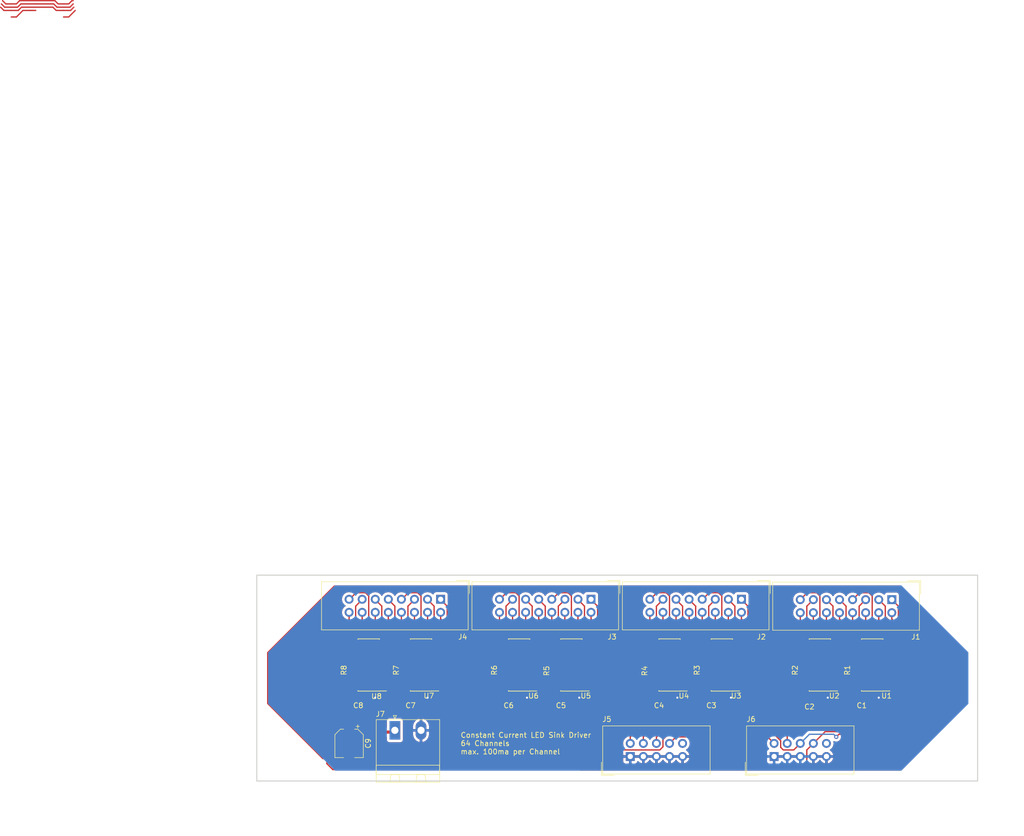
<source format=kicad_pcb>
(kicad_pcb (version 20171130) (host pcbnew 5.0.0-rc2-dev-unknown-904eb82~65~ubuntu16.04.1)
  (layers (0 F.Cu signal) (31 B.Cu signal) (34 B.Paste user) (35 F.Paste user) (36 B.SilkS user) (37 F.SilkS user) (38 B.Mask user) (39 F.Mask user) (44 Edge.Cuts user))
  (net 0 "")
  (net 1 VCC)
  (net 2 GND)
  (net 3 LED_0)
  (net 4 LED_1)
  (net 5 LED_2)
  (net 6 LED_3)
  (net 7 LED_4)
  (net 8 LED_5)
  (net 9 LED_6)
  (net 10 LED_7)
  (net 11 LED_8)
  (net 12 LED_9)
  (net 13 LED_10)
  (net 14 LED_11)
  (net 15 LED_12)
  (net 16 LED_13)
  (net 17 LED_16)
  (net 18 LED_17)
  (net 19 LED_18)
  (net 20 LED_19)
  (net 21 LED_20)
  (net 22 LED_21)
  (net 23 LED_22)
  (net 24 LED_23)
  (net 25 LED_24)
  (net 26 LED_25)
  (net 27 LED_26)
  (net 28 LED_27)
  (net 29 LED_28)
  (net 30 LED_29)
  (net 31 LED_45)
  (net 32 LED_44)
  (net 33 LED_43)
  (net 34 LED_42)
  (net 35 LED_41)
  (net 36 LED_40)
  (net 37 LED_39)
  (net 38 LED_38)
  (net 39 LED_37)
  (net 40 LED_36)
  (net 41 LED_35)
  (net 42 LED_34)
  (net 43 LED_33)
  (net 44 LED_32)
  (net 45 LED_48)
  (net 46 LED_49)
  (net 47 LED_50)
  (net 48 LED_51)
  (net 49 LED_52)
  (net 50 LED_53)
  (net 51 LED_54)
  (net 52 LED_55)
  (net 53 LED_56)
  (net 54 LED_57)
  (net 55 LED_58)
  (net 56 LED_59)
  (net 57 LED_60)
  (net 58 LED_61)
  (net 59 /SDI)
  (net 60 CLK)
  (net 61 "Net-(J5-Pad10)")
  (net 62 "Net-(J6-Pad10)")
  (net 63 "Net-(R1-Pad2)")
  (net 64 "Net-(R2-Pad2)")
  (net 65 "Net-(R3-Pad2)")
  (net 66 "Net-(R4-Pad2)")
  (net 67 "Net-(R5-Pad2)")
  (net 68 "Net-(R6-Pad2)")
  (net 69 "Net-(R7-Pad2)")
  (net 70 "Net-(R8-Pad2)")
  (net 71 LE)
  (net 72 OE)
  (net 73 "Net-(U1-Pad14)")
  (net 74 "Net-(U2-Pad14)")
  (net 75 LED_15)
  (net 76 LED_14)
  (net 77 "Net-(U3-Pad14)")
  (net 78 LED_30)
  (net 79 LED_31)
  (net 80 "Net-(U4-Pad14)")
  (net 81 "Net-(U5-Pad14)")
  (net 82 LED_46)
  (net 83 LED_47)
  (net 84 "Net-(U6-Pad14)")
  (net 85 "Net-(U7-Pad14)")
  (net 86 LED_62)
  (net 87 LED_63)
  (net 88 /SDO)
  (module Resistor_SMD:R_0603_1608Metric_Pad0.99x1.00mm_HandSolder (layer F.Cu) (at 120.264 122.63 90)
    (fp_text reference R5 (at 2.667 0 90) (layer F.SilkS))
    (fp_text value 120)
    (pad 1 smd rect (at -0.8875 0 90) (size 0.995 1) (layers F.Cu F.Paste F.Mask) (net 2 GND))
    (pad 2 smd rect (at 0.8875 0 90) (size 0.995 1) (layers F.Cu F.Paste F.Mask) (net 67 "Net-(R5-Pad2)"))
  )
  (module Resistor_SMD:R_0603_1608Metric_Pad0.99x1.00mm_HandSolder (layer F.Cu) (at 149.474 122.63 90)
    (fp_text reference R3 (at 2.794 0 90) (layer F.SilkS))
    (fp_text value 120)
    (pad 2 smd rect (at 0.8875 0 90) (size 0.995 1) (layers F.Cu F.Paste F.Mask) (net 65 "Net-(R3-Pad2)"))
    (pad 1 smd rect (at -0.8875 0 90) (size 0.995 1) (layers F.Cu F.Paste F.Mask) (net 2 GND))
  )
  (module Resistor_SMD:R_0603_1608Metric_Pad0.99x1.00mm_HandSolder (layer F.Cu) (at 80.894 122.63 90)
    (fp_text reference R8 (at 2.794 0 90) (layer F.SilkS))
    (fp_text value 120)
    (pad 1 smd rect (at -0.8875 0 90) (size 0.995 1) (layers F.Cu F.Paste F.Mask) (net 2 GND))
    (pad 2 smd rect (at 0.8875 0 90) (size 0.995 1) (layers F.Cu F.Paste F.Mask) (net 70 "Net-(R8-Pad2)"))
  )
  (module MountingHole:MountingHole_3.2mm_M3_DIN965 (layer F.Cu) (at 198.98 106.36)
    (fp_text reference REF** hide)
    (fp_text value MountingHole_3.2mm_M3_DIN965)
    (pad 1 np_thru_hole circle (at 0 0) (size 3.2 3.2) (drill 3.2) (layers *.Cu *.Mask))
  )
  (module MountingHole:MountingHole_3.2mm_M3_DIN965 (layer F.Cu) (at 198.98 136.36)
    (fp_text reference REF** hide)
    (fp_text value MountingHole_3.2mm_M3_DIN965)
    (pad 1 np_thru_hole circle (at 0 0) (size 3.2 3.2) (drill 3.2) (layers *.Cu *.Mask))
  )
  (module MountingHole:MountingHole_3.2mm_M3_DIN965 (layer F.Cu) (at 68.98 136.36)
    (fp_text reference REF** hide)
    (fp_text value MountingHole_3.2mm_M3_DIN965)
    (pad 1 np_thru_hole circle (at 0 0) (size 3.2 3.2) (drill 3.2) (layers *.Cu *.Mask))
  )
  (module Package_SO:SOIC-16_3.9x9.9mm_P1.27mm (layer F.Cu) (at 183.51 118.82 180)
    (fp_text reference U1 (at -2.794 -6 180) (layer F.SilkS))
    (fp_text value TLC591)
    (pad 1 smd rect (at -2.7 -4.445 180) (size 1.5 0.6) (layers F.Cu F.Paste F.Mask) (net 2 GND))
    (pad 2 smd rect (at -2.7 -3.175 180) (size 1.5 0.6) (layers F.Cu F.Paste F.Mask) (net 59 /SDI))
    (pad 3 smd rect (at -2.7 -1.905 180) (size 1.5 0.6) (layers F.Cu F.Paste F.Mask) (net 60 CLK))
    (pad 4 smd rect (at -2.7 -0.635 180) (size 1.5 0.6) (layers F.Cu F.Paste F.Mask) (net 71 LE))
    (pad 5 smd rect (at -2.7 0.635 180) (size 1.5 0.6) (layers F.Cu F.Paste F.Mask) (net 3 LED_0))
    (pad 6 smd rect (at -2.7 1.905 180) (size 1.5 0.6) (layers F.Cu F.Paste F.Mask) (net 4 LED_1))
    (pad 7 smd rect (at -2.7 3.175 180) (size 1.5 0.6) (layers F.Cu F.Paste F.Mask) (net 5 LED_2))
    (pad 8 smd rect (at -2.7 4.445 180) (size 1.5 0.6) (layers F.Cu F.Paste F.Mask) (net 6 LED_3))
    (pad 9 smd rect (at 2.7 4.445 180) (size 1.5 0.6) (layers F.Cu F.Paste F.Mask) (net 7 LED_4))
    (pad 10 smd rect (at 2.7 3.175 180) (size 1.5 0.6) (layers F.Cu F.Paste F.Mask) (net 8 LED_5))
    (pad 11 smd rect (at 2.7 1.905 180) (size 1.5 0.6) (layers F.Cu F.Paste F.Mask) (net 9 LED_6))
    (pad 12 smd rect (at 2.7 0.635 180) (size 1.5 0.6) (layers F.Cu F.Paste F.Mask) (net 10 LED_7))
    (pad 13 smd rect (at 2.7 -0.635 180) (size 1.5 0.6) (layers F.Cu F.Paste F.Mask) (net 72 OE))
    (pad 14 smd rect (at 2.7 -1.905 180) (size 1.5 0.6) (layers F.Cu F.Paste F.Mask) (net 73 "Net-(U1-Pad14)"))
    (pad 15 smd rect (at 2.7 -3.175 180) (size 1.5 0.6) (layers F.Cu F.Paste F.Mask) (net 63 "Net-(R1-Pad2)"))
    (pad 16 smd rect (at 2.7 -4.445 180) (size 1.5 0.6) (layers F.Cu F.Paste F.Mask) (net 1 VCC))
  )
  (module Connector_IDC:IDC-Header_2x08_P2.54mm_Vertical (layer F.Cu) (at 187.32 106.12 270)
    (fp_text reference J1 (at 7.24 -4.66) (layer F.SilkS))
    (fp_text value LEDS_0-15)
    (pad 16 thru_hole oval (at 2.54 17.78 270) (size 1.7272 1.7272) (drill 1.016) (layers *.Cu *.Mask) (net 75 LED_15))
    (pad 15 thru_hole oval (at 0 17.78 270) (size 1.7272 1.7272) (drill 1.016) (layers *.Cu *.Mask) (net 76 LED_14))
    (pad 14 thru_hole oval (at 2.54 15.24 270) (size 1.7272 1.7272) (drill 1.016) (layers *.Cu *.Mask) (net 16 LED_13))
    (pad 13 thru_hole oval (at 0 15.24 270) (size 1.7272 1.7272) (drill 1.016) (layers *.Cu *.Mask) (net 15 LED_12))
    (pad 12 thru_hole oval (at 2.54 12.7 270) (size 1.7272 1.7272) (drill 1.016) (layers *.Cu *.Mask) (net 14 LED_11))
    (pad 11 thru_hole oval (at 0 12.7 270) (size 1.7272 1.7272) (drill 1.016) (layers *.Cu *.Mask) (net 13 LED_10))
    (pad 10 thru_hole oval (at 2.54 10.16 270) (size 1.7272 1.7272) (drill 1.016) (layers *.Cu *.Mask) (net 12 LED_9))
    (pad 9 thru_hole oval (at 0 10.16 270) (size 1.7272 1.7272) (drill 1.016) (layers *.Cu *.Mask) (net 11 LED_8))
    (pad 8 thru_hole oval (at 2.54 7.62 270) (size 1.7272 1.7272) (drill 1.016) (layers *.Cu *.Mask) (net 10 LED_7))
    (pad 7 thru_hole oval (at 0 7.62 270) (size 1.7272 1.7272) (drill 1.016) (layers *.Cu *.Mask) (net 9 LED_6))
    (pad 6 thru_hole oval (at 2.54 5.08 270) (size 1.7272 1.7272) (drill 1.016) (layers *.Cu *.Mask) (net 8 LED_5))
    (pad 5 thru_hole oval (at 0 5.08 270) (size 1.7272 1.7272) (drill 1.016) (layers *.Cu *.Mask) (net 7 LED_4))
    (pad 4 thru_hole oval (at 2.54 2.54 270) (size 1.7272 1.7272) (drill 1.016) (layers *.Cu *.Mask) (net 6 LED_3))
    (pad 3 thru_hole oval (at 0 2.54 270) (size 1.7272 1.7272) (drill 1.016) (layers *.Cu *.Mask) (net 5 LED_2))
    (pad 2 thru_hole oval (at 2.54 0 270) (size 1.7272 1.7272) (drill 1.016) (layers *.Cu *.Mask) (net 4 LED_1))
    (pad 1 thru_hole rect (at 0 0 270) (size 1.7272 1.7272) (drill 1.016) (layers *.Cu *.Mask) (net 3 LED_0))
  )
  (module Package_SO:SOIC-16_3.9x9.9mm_P1.27mm (layer F.Cu) (at 154.305 118.82 180)
    (fp_text reference U3 (at -2.789 -6 180) (layer F.SilkS))
    (fp_text value TLC591)
    (pad 1 smd rect (at -2.7 -4.445 180) (size 1.5 0.6) (layers F.Cu F.Paste F.Mask) (net 2 GND))
    (pad 2 smd rect (at -2.7 -3.175 180) (size 1.5 0.6) (layers F.Cu F.Paste F.Mask) (net 74 "Net-(U2-Pad14)"))
    (pad 3 smd rect (at -2.7 -1.905 180) (size 1.5 0.6) (layers F.Cu F.Paste F.Mask) (net 60 CLK))
    (pad 4 smd rect (at -2.7 -0.635 180) (size 1.5 0.6) (layers F.Cu F.Paste F.Mask) (net 71 LE))
    (pad 5 smd rect (at -2.7 0.635 180) (size 1.5 0.6) (layers F.Cu F.Paste F.Mask) (net 17 LED_16))
    (pad 6 smd rect (at -2.7 1.905 180) (size 1.5 0.6) (layers F.Cu F.Paste F.Mask) (net 18 LED_17))
    (pad 7 smd rect (at -2.7 3.175 180) (size 1.5 0.6) (layers F.Cu F.Paste F.Mask) (net 19 LED_18))
    (pad 8 smd rect (at -2.7 4.445 180) (size 1.5 0.6) (layers F.Cu F.Paste F.Mask) (net 20 LED_19))
    (pad 9 smd rect (at 2.7 4.445 180) (size 1.5 0.6) (layers F.Cu F.Paste F.Mask) (net 21 LED_20))
    (pad 10 smd rect (at 2.7 3.175 180) (size 1.5 0.6) (layers F.Cu F.Paste F.Mask) (net 22 LED_21))
    (pad 11 smd rect (at 2.7 1.905 180) (size 1.5 0.6) (layers F.Cu F.Paste F.Mask) (net 23 LED_22))
    (pad 12 smd rect (at 2.7 0.635 180) (size 1.5 0.6) (layers F.Cu F.Paste F.Mask) (net 24 LED_23))
    (pad 13 smd rect (at 2.7 -0.635 180) (size 1.5 0.6) (layers F.Cu F.Paste F.Mask) (net 72 OE))
    (pad 14 smd rect (at 2.7 -1.905 180) (size 1.5 0.6) (layers F.Cu F.Paste F.Mask) (net 77 "Net-(U3-Pad14)"))
    (pad 15 smd rect (at 2.7 -3.175 180) (size 1.5 0.6) (layers F.Cu F.Paste F.Mask) (net 65 "Net-(R3-Pad2)"))
    (pad 16 smd rect (at 2.7 -4.445 180) (size 1.5 0.6) (layers F.Cu F.Paste F.Mask) (net 1 VCC))
  )
  (module Package_SO:SOIC-16_3.9x9.9mm_P1.27mm (layer F.Cu) (at 173.35 118.82 180)
    (fp_text reference U2 (at -2.794 -6 180) (layer F.SilkS))
    (fp_text value TLC591)
    (pad 16 smd rect (at 2.7 -4.445 180) (size 1.5 0.6) (layers F.Cu F.Paste F.Mask) (net 1 VCC))
    (pad 15 smd rect (at 2.7 -3.175 180) (size 1.5 0.6) (layers F.Cu F.Paste F.Mask) (net 64 "Net-(R2-Pad2)"))
    (pad 14 smd rect (at 2.7 -1.905 180) (size 1.5 0.6) (layers F.Cu F.Paste F.Mask) (net 74 "Net-(U2-Pad14)"))
    (pad 13 smd rect (at 2.7 -0.635 180) (size 1.5 0.6) (layers F.Cu F.Paste F.Mask) (net 72 OE))
    (pad 12 smd rect (at 2.7 0.635 180) (size 1.5 0.6) (layers F.Cu F.Paste F.Mask) (net 75 LED_15))
    (pad 11 smd rect (at 2.7 1.905 180) (size 1.5 0.6) (layers F.Cu F.Paste F.Mask) (net 76 LED_14))
    (pad 10 smd rect (at 2.7 3.175 180) (size 1.5 0.6) (layers F.Cu F.Paste F.Mask) (net 16 LED_13))
    (pad 9 smd rect (at 2.7 4.445 180) (size 1.5 0.6) (layers F.Cu F.Paste F.Mask) (net 15 LED_12))
    (pad 8 smd rect (at -2.7 4.445 180) (size 1.5 0.6) (layers F.Cu F.Paste F.Mask) (net 14 LED_11))
    (pad 7 smd rect (at -2.7 3.175 180) (size 1.5 0.6) (layers F.Cu F.Paste F.Mask) (net 13 LED_10))
    (pad 6 smd rect (at -2.7 1.905 180) (size 1.5 0.6) (layers F.Cu F.Paste F.Mask) (net 12 LED_9))
    (pad 5 smd rect (at -2.7 0.635 180) (size 1.5 0.6) (layers F.Cu F.Paste F.Mask) (net 11 LED_8))
    (pad 4 smd rect (at -2.7 -0.635 180) (size 1.5 0.6) (layers F.Cu F.Paste F.Mask) (net 71 LE))
    (pad 3 smd rect (at -2.7 -1.905 180) (size 1.5 0.6) (layers F.Cu F.Paste F.Mask) (net 60 CLK))
    (pad 2 smd rect (at -2.7 -3.175 180) (size 1.5 0.6) (layers F.Cu F.Paste F.Mask) (net 73 "Net-(U1-Pad14)"))
    (pad 1 smd rect (at -2.7 -4.445 180) (size 1.5 0.6) (layers F.Cu F.Paste F.Mask) (net 2 GND))
  )
  (module Capacitor_SMD:C_0603_1608Metric_Pad0.99x1.00mm_HandSolder (layer F.Cu) (at 181.478 125.17)
    (fp_text reference C1 (at 0 1.524) (layer F.SilkS))
    (fp_text value 0.1u)
    (pad 1 smd rect (at -0.8875 0) (size 0.995 1) (layers F.Cu F.Paste F.Mask) (net 1 VCC))
    (pad 2 smd rect (at 0.8875 0) (size 0.995 1) (layers F.Cu F.Paste F.Mask) (net 2 GND))
  )
  (module Capacitor_SMD:C_0603_1608Metric_Pad0.99x1.00mm_HandSolder (layer F.Cu) (at 171.318 125.17)
    (fp_text reference C2 (at 0 1.778) (layer F.SilkS))
    (fp_text value 0.1u)
    (pad 2 smd rect (at 0.8875 0) (size 0.995 1) (layers F.Cu F.Paste F.Mask) (net 2 GND))
    (pad 1 smd rect (at -0.8875 0) (size 0.995 1) (layers F.Cu F.Paste F.Mask) (net 1 VCC))
  )
  (module Capacitor_SMD:C_0603_1608Metric_Pad0.99x1.00mm_HandSolder (layer F.Cu) (at 152.268 125.17)
    (fp_text reference C3 (at 0 1.524) (layer F.SilkS))
    (fp_text value 0.1u)
    (pad 1 smd rect (at -0.8875 0) (size 0.995 1) (layers F.Cu F.Paste F.Mask) (net 1 VCC))
    (pad 2 smd rect (at 0.8875 0) (size 0.995 1) (layers F.Cu F.Paste F.Mask) (net 2 GND))
  )
  (module Capacitor_SMD:C_0603_1608Metric_Pad0.99x1.00mm_HandSolder (layer F.Cu) (at 142.108 125.17)
    (fp_text reference C4 (at 0 1.524) (layer F.SilkS))
    (fp_text value 0.1u)
    (pad 1 smd rect (at -0.8875 0) (size 0.995 1) (layers F.Cu F.Paste F.Mask) (net 1 VCC))
    (pad 2 smd rect (at 0.8875 0) (size 0.995 1) (layers F.Cu F.Paste F.Mask) (net 2 GND))
  )
  (module Capacitor_SMD:C_0603_1608Metric_Pad0.99x1.00mm_HandSolder (layer F.Cu) (at 123.058 125.17)
    (fp_text reference C5 (at 0 1.524) (layer F.SilkS))
    (fp_text value 0.1u)
    (pad 1 smd rect (at -0.8875 0) (size 0.995 1) (layers F.Cu F.Paste F.Mask) (net 1 VCC))
    (pad 2 smd rect (at 0.8875 0) (size 0.995 1) (layers F.Cu F.Paste F.Mask) (net 2 GND))
  )
  (module Capacitor_SMD:C_0603_1608Metric_Pad0.99x1.00mm_HandSolder (layer F.Cu) (at 112.898 125.17)
    (fp_text reference C6 (at 0 1.524) (layer F.SilkS))
    (fp_text value 0.1u)
    (pad 2 smd rect (at 0.8875 0) (size 0.995 1) (layers F.Cu F.Paste F.Mask) (net 2 GND))
    (pad 1 smd rect (at -0.8875 0) (size 0.995 1) (layers F.Cu F.Paste F.Mask) (net 1 VCC))
  )
  (module Capacitor_SMD:C_0603_1608Metric_Pad0.99x1.00mm_HandSolder (layer F.Cu) (at 93.848 125.17)
    (fp_text reference C7 (at 0 1.524) (layer F.SilkS))
    (fp_text value 0.1u)
    (pad 1 smd rect (at -0.8875 0) (size 0.995 1) (layers F.Cu F.Paste F.Mask) (net 1 VCC))
    (pad 2 smd rect (at 0.8875 0) (size 0.995 1) (layers F.Cu F.Paste F.Mask) (net 2 GND))
  )
  (module Capacitor_SMD:C_0603_1608Metric_Pad0.99x1.00mm_HandSolder (layer F.Cu) (at 83.688 125.17)
    (fp_text reference C8 (at 0 1.524) (layer F.SilkS))
    (fp_text value 0.1u)
    (pad 2 smd rect (at 0.8875 0) (size 0.995 1) (layers F.Cu F.Paste F.Mask) (net 2 GND))
    (pad 1 smd rect (at -0.8875 0) (size 0.995 1) (layers F.Cu F.Paste F.Mask) (net 1 VCC))
  )
  (module Capacitor_SMD:CP_Elec_5x5.9 (layer F.Cu) (at 81.91 134.06 270)
    (fp_text reference C9 (at 0 -3.7 270) (layer F.SilkS))
    (fp_text value CP)
    (pad 1 smd rect (at -2.2 0 270) (size 3 1.6) (layers F.Cu F.Paste F.Mask) (net 1 VCC))
    (pad 2 smd rect (at 2.2 0 270) (size 3 1.6) (layers F.Cu F.Paste F.Mask) (net 2 GND))
  )
  (module Resistor_SMD:R_0603_1608Metric_Pad0.99x1.00mm_HandSolder (layer F.Cu) (at 178.684 122.63 90)
    (fp_text reference R1 (at 2.794 0 90) (layer F.SilkS))
    (fp_text value 120)
    (pad 1 smd rect (at -0.8875 0 90) (size 0.995 1) (layers F.Cu F.Paste F.Mask) (net 2 GND))
    (pad 2 smd rect (at 0.8875 0 90) (size 0.995 1) (layers F.Cu F.Paste F.Mask) (net 63 "Net-(R1-Pad2)"))
  )
  (module Resistor_SMD:R_0603_1608Metric_Pad0.99x1.00mm_HandSolder (layer F.Cu) (at 168.524 122.63 90)
    (fp_text reference R2 (at 2.794 0 90) (layer F.SilkS))
    (fp_text value 120)
    (pad 2 smd rect (at 0.8875 0 90) (size 0.995 1) (layers F.Cu F.Paste F.Mask) (net 64 "Net-(R2-Pad2)"))
    (pad 1 smd rect (at -0.8875 0 90) (size 0.995 1) (layers F.Cu F.Paste F.Mask) (net 2 GND))
  )
  (module Resistor_SMD:R_0603_1608Metric_Pad0.99x1.00mm_HandSolder (layer F.Cu) (at 139.314 122.63 90)
    (fp_text reference R4 (at 2.667 0 90) (layer F.SilkS))
    (fp_text value 120)
    (pad 2 smd rect (at 0.8875 0 90) (size 0.995 1) (layers F.Cu F.Paste F.Mask) (net 66 "Net-(R4-Pad2)"))
    (pad 1 smd rect (at -0.8875 0 90) (size 0.995 1) (layers F.Cu F.Paste F.Mask) (net 2 GND))
  )
  (module Resistor_SMD:R_0603_1608Metric_Pad0.99x1.00mm_HandSolder (layer F.Cu) (at 110.104 122.63 90)
    (fp_text reference R6 (at 2.794 0 90) (layer F.SilkS))
    (fp_text value 120)
    (pad 2 smd rect (at 0.8875 0 90) (size 0.995 1) (layers F.Cu F.Paste F.Mask) (net 68 "Net-(R6-Pad2)"))
    (pad 1 smd rect (at -0.8875 0 90) (size 0.995 1) (layers F.Cu F.Paste F.Mask) (net 2 GND))
  )
  (module Resistor_SMD:R_0603_1608Metric_Pad0.99x1.00mm_HandSolder (layer F.Cu) (at 91.054 122.63 90)
    (fp_text reference R7 (at 2.794 0 90) (layer F.SilkS))
    (fp_text value 120)
    (pad 2 smd rect (at 0.8875 0 90) (size 0.995 1) (layers F.Cu F.Paste F.Mask) (net 69 "Net-(R7-Pad2)"))
    (pad 1 smd rect (at -0.8875 0 90) (size 0.995 1) (layers F.Cu F.Paste F.Mask) (net 2 GND))
  )
  (module Package_SO:SOIC-16_3.9x9.9mm_P1.27mm (layer F.Cu) (at 144.145 118.82 180)
    (fp_text reference U4 (at -2.789 -6 180) (layer F.SilkS))
    (fp_text value TLC591)
    (pad 16 smd rect (at 2.7 -4.445 180) (size 1.5 0.6) (layers F.Cu F.Paste F.Mask) (net 1 VCC))
    (pad 15 smd rect (at 2.7 -3.175 180) (size 1.5 0.6) (layers F.Cu F.Paste F.Mask) (net 66 "Net-(R4-Pad2)"))
    (pad 14 smd rect (at 2.7 -1.905 180) (size 1.5 0.6) (layers F.Cu F.Paste F.Mask) (net 80 "Net-(U4-Pad14)"))
    (pad 13 smd rect (at 2.7 -0.635 180) (size 1.5 0.6) (layers F.Cu F.Paste F.Mask) (net 72 OE))
    (pad 12 smd rect (at 2.7 0.635 180) (size 1.5 0.6) (layers F.Cu F.Paste F.Mask) (net 79 LED_31))
    (pad 11 smd rect (at 2.7 1.905 180) (size 1.5 0.6) (layers F.Cu F.Paste F.Mask) (net 78 LED_30))
    (pad 10 smd rect (at 2.7 3.175 180) (size 1.5 0.6) (layers F.Cu F.Paste F.Mask) (net 30 LED_29))
    (pad 9 smd rect (at 2.7 4.445 180) (size 1.5 0.6) (layers F.Cu F.Paste F.Mask) (net 29 LED_28))
    (pad 8 smd rect (at -2.7 4.445 180) (size 1.5 0.6) (layers F.Cu F.Paste F.Mask) (net 28 LED_27))
    (pad 7 smd rect (at -2.7 3.175 180) (size 1.5 0.6) (layers F.Cu F.Paste F.Mask) (net 27 LED_26))
    (pad 6 smd rect (at -2.7 1.905 180) (size 1.5 0.6) (layers F.Cu F.Paste F.Mask) (net 26 LED_25))
    (pad 5 smd rect (at -2.7 0.635 180) (size 1.5 0.6) (layers F.Cu F.Paste F.Mask) (net 25 LED_24))
    (pad 4 smd rect (at -2.7 -0.635 180) (size 1.5 0.6) (layers F.Cu F.Paste F.Mask) (net 71 LE))
    (pad 3 smd rect (at -2.7 -1.905 180) (size 1.5 0.6) (layers F.Cu F.Paste F.Mask) (net 60 CLK))
    (pad 2 smd rect (at -2.7 -3.175 180) (size 1.5 0.6) (layers F.Cu F.Paste F.Mask) (net 77 "Net-(U3-Pad14)"))
    (pad 1 smd rect (at -2.7 -4.445 180) (size 1.5 0.6) (layers F.Cu F.Paste F.Mask) (net 2 GND))
  )
  (module Package_SO:SOIC-16_3.9x9.9mm_P1.27mm (layer F.Cu) (at 125.09 118.82 180)
    (fp_text reference U5 (at -2.794 -6 180) (layer F.SilkS))
    (fp_text value TLC591)
    (pad 16 smd rect (at 2.7 -4.445 180) (size 1.5 0.6) (layers F.Cu F.Paste F.Mask) (net 1 VCC))
    (pad 15 smd rect (at 2.7 -3.175 180) (size 1.5 0.6) (layers F.Cu F.Paste F.Mask) (net 67 "Net-(R5-Pad2)"))
    (pad 14 smd rect (at 2.7 -1.905 180) (size 1.5 0.6) (layers F.Cu F.Paste F.Mask) (net 81 "Net-(U5-Pad14)"))
    (pad 13 smd rect (at 2.7 -0.635 180) (size 1.5 0.6) (layers F.Cu F.Paste F.Mask) (net 72 OE))
    (pad 12 smd rect (at 2.7 0.635 180) (size 1.5 0.6) (layers F.Cu F.Paste F.Mask) (net 37 LED_39))
    (pad 11 smd rect (at 2.7 1.905 180) (size 1.5 0.6) (layers F.Cu F.Paste F.Mask) (net 38 LED_38))
    (pad 10 smd rect (at 2.7 3.175 180) (size 1.5 0.6) (layers F.Cu F.Paste F.Mask) (net 39 LED_37))
    (pad 9 smd rect (at 2.7 4.445 180) (size 1.5 0.6) (layers F.Cu F.Paste F.Mask) (net 40 LED_36))
    (pad 8 smd rect (at -2.7 4.445 180) (size 1.5 0.6) (layers F.Cu F.Paste F.Mask) (net 41 LED_35))
    (pad 7 smd rect (at -2.7 3.175 180) (size 1.5 0.6) (layers F.Cu F.Paste F.Mask) (net 42 LED_34))
    (pad 6 smd rect (at -2.7 1.905 180) (size 1.5 0.6) (layers F.Cu F.Paste F.Mask) (net 43 LED_33))
    (pad 5 smd rect (at -2.7 0.635 180) (size 1.5 0.6) (layers F.Cu F.Paste F.Mask) (net 44 LED_32))
    (pad 4 smd rect (at -2.7 -0.635 180) (size 1.5 0.6) (layers F.Cu F.Paste F.Mask) (net 71 LE))
    (pad 3 smd rect (at -2.7 -1.905 180) (size 1.5 0.6) (layers F.Cu F.Paste F.Mask) (net 60 CLK))
    (pad 2 smd rect (at -2.7 -3.175 180) (size 1.5 0.6) (layers F.Cu F.Paste F.Mask) (net 80 "Net-(U4-Pad14)"))
    (pad 1 smd rect (at -2.7 -4.445 180) (size 1.5 0.6) (layers F.Cu F.Paste F.Mask) (net 2 GND))
  )
  (module Package_SO:SOIC-16_3.9x9.9mm_P1.27mm (layer F.Cu) (at 114.93 118.82 180)
    (fp_text reference U6 (at -2.794 -6 180) (layer F.SilkS))
    (fp_text value TLC591)
    (pad 1 smd rect (at -2.7 -4.445 180) (size 1.5 0.6) (layers F.Cu F.Paste F.Mask) (net 2 GND))
    (pad 2 smd rect (at -2.7 -3.175 180) (size 1.5 0.6) (layers F.Cu F.Paste F.Mask) (net 81 "Net-(U5-Pad14)"))
    (pad 3 smd rect (at -2.7 -1.905 180) (size 1.5 0.6) (layers F.Cu F.Paste F.Mask) (net 60 CLK))
    (pad 4 smd rect (at -2.7 -0.635 180) (size 1.5 0.6) (layers F.Cu F.Paste F.Mask) (net 71 LE))
    (pad 5 smd rect (at -2.7 0.635 180) (size 1.5 0.6) (layers F.Cu F.Paste F.Mask) (net 36 LED_40))
    (pad 6 smd rect (at -2.7 1.905 180) (size 1.5 0.6) (layers F.Cu F.Paste F.Mask) (net 35 LED_41))
    (pad 7 smd rect (at -2.7 3.175 180) (size 1.5 0.6) (layers F.Cu F.Paste F.Mask) (net 34 LED_42))
    (pad 8 smd rect (at -2.7 4.445 180) (size 1.5 0.6) (layers F.Cu F.Paste F.Mask) (net 33 LED_43))
    (pad 9 smd rect (at 2.7 4.445 180) (size 1.5 0.6) (layers F.Cu F.Paste F.Mask) (net 32 LED_44))
    (pad 10 smd rect (at 2.7 3.175 180) (size 1.5 0.6) (layers F.Cu F.Paste F.Mask) (net 31 LED_45))
    (pad 11 smd rect (at 2.7 1.905 180) (size 1.5 0.6) (layers F.Cu F.Paste F.Mask) (net 82 LED_46))
    (pad 12 smd rect (at 2.7 0.635 180) (size 1.5 0.6) (layers F.Cu F.Paste F.Mask) (net 83 LED_47))
    (pad 13 smd rect (at 2.7 -0.635 180) (size 1.5 0.6) (layers F.Cu F.Paste F.Mask) (net 72 OE))
    (pad 14 smd rect (at 2.7 -1.905 180) (size 1.5 0.6) (layers F.Cu F.Paste F.Mask) (net 84 "Net-(U6-Pad14)"))
    (pad 15 smd rect (at 2.7 -3.175 180) (size 1.5 0.6) (layers F.Cu F.Paste F.Mask) (net 68 "Net-(R6-Pad2)"))
    (pad 16 smd rect (at 2.7 -4.445 180) (size 1.5 0.6) (layers F.Cu F.Paste F.Mask) (net 1 VCC))
  )
  (module Package_SO:SOIC-16_3.9x9.9mm_P1.27mm (layer F.Cu) (at 95.88 118.82 180)
    (fp_text reference U7 (at -1.524 -6 180) (layer F.SilkS))
    (fp_text value TLC591)
    (pad 16 smd rect (at 2.7 -4.445 180) (size 1.5 0.6) (layers F.Cu F.Paste F.Mask) (net 1 VCC))
    (pad 15 smd rect (at 2.7 -3.175 180) (size 1.5 0.6) (layers F.Cu F.Paste F.Mask) (net 69 "Net-(R7-Pad2)"))
    (pad 14 smd rect (at 2.7 -1.905 180) (size 1.5 0.6) (layers F.Cu F.Paste F.Mask) (net 85 "Net-(U7-Pad14)"))
    (pad 13 smd rect (at 2.7 -0.635 180) (size 1.5 0.6) (layers F.Cu F.Paste F.Mask) (net 72 OE))
    (pad 12 smd rect (at 2.7 0.635 180) (size 1.5 0.6) (layers F.Cu F.Paste F.Mask) (net 52 LED_55))
    (pad 11 smd rect (at 2.7 1.905 180) (size 1.5 0.6) (layers F.Cu F.Paste F.Mask) (net 51 LED_54))
    (pad 10 smd rect (at 2.7 3.175 180) (size 1.5 0.6) (layers F.Cu F.Paste F.Mask) (net 50 LED_53))
    (pad 9 smd rect (at 2.7 4.445 180) (size 1.5 0.6) (layers F.Cu F.Paste F.Mask) (net 49 LED_52))
    (pad 8 smd rect (at -2.7 4.445 180) (size 1.5 0.6) (layers F.Cu F.Paste F.Mask) (net 48 LED_51))
    (pad 7 smd rect (at -2.7 3.175 180) (size 1.5 0.6) (layers F.Cu F.Paste F.Mask) (net 47 LED_50))
    (pad 6 smd rect (at -2.7 1.905 180) (size 1.5 0.6) (layers F.Cu F.Paste F.Mask) (net 46 LED_49))
    (pad 5 smd rect (at -2.7 0.635 180) (size 1.5 0.6) (layers F.Cu F.Paste F.Mask) (net 45 LED_48))
    (pad 4 smd rect (at -2.7 -0.635 180) (size 1.5 0.6) (layers F.Cu F.Paste F.Mask) (net 71 LE))
    (pad 3 smd rect (at -2.7 -1.905 180) (size 1.5 0.6) (layers F.Cu F.Paste F.Mask) (net 60 CLK))
    (pad 2 smd rect (at -2.7 -3.175 180) (size 1.5 0.6) (layers F.Cu F.Paste F.Mask) (net 84 "Net-(U6-Pad14)"))
    (pad 1 smd rect (at -2.7 -4.445 180) (size 1.5 0.6) (layers F.Cu F.Paste F.Mask) (net 2 GND))
  )
  (module Package_SO:SOIC-16_3.9x9.9mm_P1.27mm (layer F.Cu) (at 85.72 118.82 180)
    (fp_text reference U8 (at -1.524 -6.096 180) (layer F.SilkS))
    (fp_text value TLC591)
    (pad 1 smd rect (at -2.7 -4.445 180) (size 1.5 0.6) (layers F.Cu F.Paste F.Mask) (net 2 GND))
    (pad 2 smd rect (at -2.7 -3.175 180) (size 1.5 0.6) (layers F.Cu F.Paste F.Mask) (net 85 "Net-(U7-Pad14)"))
    (pad 3 smd rect (at -2.7 -1.905 180) (size 1.5 0.6) (layers F.Cu F.Paste F.Mask) (net 60 CLK))
    (pad 4 smd rect (at -2.7 -0.635 180) (size 1.5 0.6) (layers F.Cu F.Paste F.Mask) (net 71 LE))
    (pad 5 smd rect (at -2.7 0.635 180) (size 1.5 0.6) (layers F.Cu F.Paste F.Mask) (net 53 LED_56))
    (pad 6 smd rect (at -2.7 1.905 180) (size 1.5 0.6) (layers F.Cu F.Paste F.Mask) (net 54 LED_57))
    (pad 7 smd rect (at -2.7 3.175 180) (size 1.5 0.6) (layers F.Cu F.Paste F.Mask) (net 55 LED_58))
    (pad 8 smd rect (at -2.7 4.445 180) (size 1.5 0.6) (layers F.Cu F.Paste F.Mask) (net 56 LED_59))
    (pad 9 smd rect (at 2.7 4.445 180) (size 1.5 0.6) (layers F.Cu F.Paste F.Mask) (net 57 LED_60))
    (pad 10 smd rect (at 2.7 3.175 180) (size 1.5 0.6) (layers F.Cu F.Paste F.Mask) (net 58 LED_61))
    (pad 11 smd rect (at 2.7 1.905 180) (size 1.5 0.6) (layers F.Cu F.Paste F.Mask) (net 86 LED_62))
    (pad 12 smd rect (at 2.7 0.635 180) (size 1.5 0.6) (layers F.Cu F.Paste F.Mask) (net 87 LED_63))
    (pad 13 smd rect (at 2.7 -0.635 180) (size 1.5 0.6) (layers F.Cu F.Paste F.Mask) (net 72 OE))
    (pad 14 smd rect (at 2.7 -1.905 180) (size 1.5 0.6) (layers F.Cu F.Paste F.Mask) (net 88 /SDO))
    (pad 15 smd rect (at 2.7 -3.175 180) (size 1.5 0.6) (layers F.Cu F.Paste F.Mask) (net 70 "Net-(R8-Pad2)"))
    (pad 16 smd rect (at 2.7 -4.445 180) (size 1.5 0.6) (layers F.Cu F.Paste F.Mask) (net 1 VCC))
  )
  (module Connector_Phoenix_MSTB:PhoenixContact_MSTBA_2,5_2-G-5,08_1x02_P5.08mm_Horizontal (layer F.Cu) (at 90.8 131.52)
    (fp_text reference J7 (at -2.82 -3.16) (layer F.SilkS))
    (fp_text value Conn_01x02)
    (pad 2 thru_hole oval (at 5.08 0) (size 2.08 3.6) (drill 1.4) (layers *.Cu *.Mask) (net 2 GND))
    (pad 1 thru_hole rect (at 0 0) (size 2.08 3.6) (drill 1.4) (layers *.Cu *.Mask) (net 1 VCC))
  )
  (module Connector_IDC:IDC-Header_2x08_P2.54mm_Vertical (layer F.Cu) (at 158.11 106.05 270)
    (fp_text reference J2 (at 7.31 -3.87) (layer F.SilkS))
    (fp_text value Conn_01x16)
    (pad 16 thru_hole oval (at 2.54 17.78 270) (size 1.7272 1.7272) (drill 1.016) (layers *.Cu *.Mask) (net 79 LED_31))
    (pad 15 thru_hole oval (at 0 17.78 270) (size 1.7272 1.7272) (drill 1.016) (layers *.Cu *.Mask) (net 78 LED_30))
    (pad 14 thru_hole oval (at 2.54 15.24 270) (size 1.7272 1.7272) (drill 1.016) (layers *.Cu *.Mask) (net 30 LED_29))
    (pad 13 thru_hole oval (at 0 15.24 270) (size 1.7272 1.7272) (drill 1.016) (layers *.Cu *.Mask) (net 29 LED_28))
    (pad 12 thru_hole oval (at 2.54 12.7 270) (size 1.7272 1.7272) (drill 1.016) (layers *.Cu *.Mask) (net 28 LED_27))
    (pad 11 thru_hole oval (at 0 12.7 270) (size 1.7272 1.7272) (drill 1.016) (layers *.Cu *.Mask) (net 27 LED_26))
    (pad 10 thru_hole oval (at 2.54 10.16 270) (size 1.7272 1.7272) (drill 1.016) (layers *.Cu *.Mask) (net 26 LED_25))
    (pad 9 thru_hole oval (at 0 10.16 270) (size 1.7272 1.7272) (drill 1.016) (layers *.Cu *.Mask) (net 25 LED_24))
    (pad 8 thru_hole oval (at 2.54 7.62 270) (size 1.7272 1.7272) (drill 1.016) (layers *.Cu *.Mask) (net 24 LED_23))
    (pad 7 thru_hole oval (at 0 7.62 270) (size 1.7272 1.7272) (drill 1.016) (layers *.Cu *.Mask) (net 23 LED_22))
    (pad 6 thru_hole oval (at 2.54 5.08 270) (size 1.7272 1.7272) (drill 1.016) (layers *.Cu *.Mask) (net 22 LED_21))
    (pad 5 thru_hole oval (at 0 5.08 270) (size 1.7272 1.7272) (drill 1.016) (layers *.Cu *.Mask) (net 21 LED_20))
    (pad 4 thru_hole oval (at 2.54 2.54 270) (size 1.7272 1.7272) (drill 1.016) (layers *.Cu *.Mask) (net 20 LED_19))
    (pad 3 thru_hole oval (at 0 2.54 270) (size 1.7272 1.7272) (drill 1.016) (layers *.Cu *.Mask) (net 19 LED_18))
    (pad 2 thru_hole oval (at 2.54 0 270) (size 1.7272 1.7272) (drill 1.016) (layers *.Cu *.Mask) (net 18 LED_17))
    (pad 1 thru_hole rect (at 0 0 270) (size 1.7272 1.7272) (drill 1.016) (layers *.Cu *.Mask) (net 17 LED_16))
  )
  (module Connector_IDC:IDC-Header_2x08_P2.54mm_Vertical (layer F.Cu) (at 128.9 106.05 270)
    (fp_text reference J3 (at 7.31 -4.08) (layer F.SilkS))
    (fp_text value Conn_01x16)
    (pad 16 thru_hole oval (at 2.54 17.78 270) (size 1.7272 1.7272) (drill 1.016) (layers *.Cu *.Mask) (net 83 LED_47))
    (pad 15 thru_hole oval (at 0 17.78 270) (size 1.7272 1.7272) (drill 1.016) (layers *.Cu *.Mask) (net 82 LED_46))
    (pad 14 thru_hole oval (at 2.54 15.24 270) (size 1.7272 1.7272) (drill 1.016) (layers *.Cu *.Mask) (net 31 LED_45))
    (pad 13 thru_hole oval (at 0 15.24 270) (size 1.7272 1.7272) (drill 1.016) (layers *.Cu *.Mask) (net 32 LED_44))
    (pad 12 thru_hole oval (at 2.54 12.7 270) (size 1.7272 1.7272) (drill 1.016) (layers *.Cu *.Mask) (net 33 LED_43))
    (pad 11 thru_hole oval (at 0 12.7 270) (size 1.7272 1.7272) (drill 1.016) (layers *.Cu *.Mask) (net 34 LED_42))
    (pad 10 thru_hole oval (at 2.54 10.16 270) (size 1.7272 1.7272) (drill 1.016) (layers *.Cu *.Mask) (net 35 LED_41))
    (pad 9 thru_hole oval (at 0 10.16 270) (size 1.7272 1.7272) (drill 1.016) (layers *.Cu *.Mask) (net 36 LED_40))
    (pad 8 thru_hole oval (at 2.54 7.62 270) (size 1.7272 1.7272) (drill 1.016) (layers *.Cu *.Mask) (net 37 LED_39))
    (pad 7 thru_hole oval (at 0 7.62 270) (size 1.7272 1.7272) (drill 1.016) (layers *.Cu *.Mask) (net 38 LED_38))
    (pad 6 thru_hole oval (at 2.54 5.08 270) (size 1.7272 1.7272) (drill 1.016) (layers *.Cu *.Mask) (net 39 LED_37))
    (pad 5 thru_hole oval (at 0 5.08 270) (size 1.7272 1.7272) (drill 1.016) (layers *.Cu *.Mask) (net 40 LED_36))
    (pad 4 thru_hole oval (at 2.54 2.54 270) (size 1.7272 1.7272) (drill 1.016) (layers *.Cu *.Mask) (net 41 LED_35))
    (pad 3 thru_hole oval (at 0 2.54 270) (size 1.7272 1.7272) (drill 1.016) (layers *.Cu *.Mask) (net 42 LED_34))
    (pad 2 thru_hole oval (at 2.54 0 270) (size 1.7272 1.7272) (drill 1.016) (layers *.Cu *.Mask) (net 43 LED_33))
    (pad 1 thru_hole rect (at 0 0 270) (size 1.7272 1.7272) (drill 1.016) (layers *.Cu *.Mask) (net 44 LED_32))
  )
  (module Connector_IDC:IDC-Header_2x08_P2.54mm_Vertical (layer F.Cu) (at 99.69 106.05 270)
    (fp_text reference J4 (at 7.31 -4.29) (layer F.SilkS))
    (fp_text value Conn_01x16)
    (pad 1 thru_hole rect (at 0 0 270) (size 1.7272 1.7272) (drill 1.016) (layers *.Cu *.Mask) (net 45 LED_48))
    (pad 2 thru_hole oval (at 2.54 0 270) (size 1.7272 1.7272) (drill 1.016) (layers *.Cu *.Mask) (net 46 LED_49))
    (pad 3 thru_hole oval (at 0 2.54 270) (size 1.7272 1.7272) (drill 1.016) (layers *.Cu *.Mask) (net 47 LED_50))
    (pad 4 thru_hole oval (at 2.54 2.54 270) (size 1.7272 1.7272) (drill 1.016) (layers *.Cu *.Mask) (net 48 LED_51))
    (pad 5 thru_hole oval (at 0 5.08 270) (size 1.7272 1.7272) (drill 1.016) (layers *.Cu *.Mask) (net 49 LED_52))
    (pad 6 thru_hole oval (at 2.54 5.08 270) (size 1.7272 1.7272) (drill 1.016) (layers *.Cu *.Mask) (net 50 LED_53))
    (pad 7 thru_hole oval (at 0 7.62 270) (size 1.7272 1.7272) (drill 1.016) (layers *.Cu *.Mask) (net 51 LED_54))
    (pad 8 thru_hole oval (at 2.54 7.62 270) (size 1.7272 1.7272) (drill 1.016) (layers *.Cu *.Mask) (net 52 LED_55))
    (pad 9 thru_hole oval (at 0 10.16 270) (size 1.7272 1.7272) (drill 1.016) (layers *.Cu *.Mask) (net 53 LED_56))
    (pad 10 thru_hole oval (at 2.54 10.16 270) (size 1.7272 1.7272) (drill 1.016) (layers *.Cu *.Mask) (net 54 LED_57))
    (pad 11 thru_hole oval (at 0 12.7 270) (size 1.7272 1.7272) (drill 1.016) (layers *.Cu *.Mask) (net 55 LED_58))
    (pad 12 thru_hole oval (at 2.54 12.7 270) (size 1.7272 1.7272) (drill 1.016) (layers *.Cu *.Mask) (net 56 LED_59))
    (pad 13 thru_hole oval (at 0 15.24 270) (size 1.7272 1.7272) (drill 1.016) (layers *.Cu *.Mask) (net 57 LED_60))
    (pad 14 thru_hole oval (at 2.54 15.24 270) (size 1.7272 1.7272) (drill 1.016) (layers *.Cu *.Mask) (net 58 LED_61))
    (pad 15 thru_hole oval (at 0 17.78 270) (size 1.7272 1.7272) (drill 1.016) (layers *.Cu *.Mask) (net 86 LED_62))
    (pad 16 thru_hole oval (at 2.54 17.78 270) (size 1.7272 1.7272) (drill 1.016) (layers *.Cu *.Mask) (net 87 LED_63))
  )
  (module MountingHole:MountingHole_3.2mm_M3_DIN965 (layer F.Cu) (at 68.702 106.36)
    (fp_text reference REF** hide)
    (fp_text value MountingHole_3.2mm_M3_DIN965)
    (pad 1 np_thru_hole circle (at 0 0) (size 3.2 3.2) (drill 3.2) (layers *.Cu *.Mask))
  )
  (module Connector_IDC:IDC-Header_2x05_P2.54mm_Vertical (layer F.Cu) (at 136.52 136.6 90)
    (fp_text reference J5 (at 7.24 -4.54 180) (layer F.SilkS))
    (fp_text value Conn_01x10)
    (pad 1 thru_hole rect (at 0 0 90) (size 1.7272 1.7272) (drill 1.016) (layers *.Cu *.Mask) (net 2 GND))
    (pad 2 thru_hole oval (at 2.54 0 90) (size 1.7272 1.7272) (drill 1.016) (layers *.Cu *.Mask) (net 59 /SDI))
    (pad 3 thru_hole oval (at 0 2.54 90) (size 1.7272 1.7272) (drill 1.016) (layers *.Cu *.Mask) (net 2 GND))
    (pad 4 thru_hole oval (at 2.54 2.54 90) (size 1.7272 1.7272) (drill 1.016) (layers *.Cu *.Mask) (net 60 CLK))
    (pad 5 thru_hole oval (at 0 5.08 90) (size 1.7272 1.7272) (drill 1.016) (layers *.Cu *.Mask) (net 2 GND))
    (pad 6 thru_hole oval (at 2.54 5.08 90) (size 1.7272 1.7272) (drill 1.016) (layers *.Cu *.Mask) (net 71 LE))
    (pad 7 thru_hole oval (at 0 7.62 90) (size 1.7272 1.7272) (drill 1.016) (layers *.Cu *.Mask) (net 2 GND))
    (pad 8 thru_hole oval (at 2.54 7.62 90) (size 1.7272 1.7272) (drill 1.016) (layers *.Cu *.Mask) (net 72 OE))
    (pad 9 thru_hole oval (at 0 10.16 90) (size 1.7272 1.7272) (drill 1.016) (layers *.Cu *.Mask) (net 2 GND))
    (pad 10 thru_hole oval (at 2.54 10.16 90) (size 1.7272 1.7272) (drill 1.016) (layers *.Cu *.Mask) (net 61 "Net-(J5-Pad10)"))
  )
  (module Connector_IDC:IDC-Header_2x05_P2.54mm_Vertical (layer F.Cu) (at 164.46 136.6 90)
    (fp_text reference J6 (at 7.24 -4.48 180) (layer F.SilkS))
    (fp_text value Conn_01x10)
    (pad 10 thru_hole oval (at 2.54 10.16 90) (size 1.7272 1.7272) (drill 1.016) (layers *.Cu *.Mask) (net 62 "Net-(J6-Pad10)"))
    (pad 9 thru_hole oval (at 0 10.16 90) (size 1.7272 1.7272) (drill 1.016) (layers *.Cu *.Mask) (net 2 GND))
    (pad 8 thru_hole oval (at 2.54 7.62 90) (size 1.7272 1.7272) (drill 1.016) (layers *.Cu *.Mask) (net 72 OE))
    (pad 7 thru_hole oval (at 0 7.62 90) (size 1.7272 1.7272) (drill 1.016) (layers *.Cu *.Mask) (net 2 GND))
    (pad 6 thru_hole oval (at 2.54 5.08 90) (size 1.7272 1.7272) (drill 1.016) (layers *.Cu *.Mask) (net 71 LE))
    (pad 5 thru_hole oval (at 0 5.08 90) (size 1.7272 1.7272) (drill 1.016) (layers *.Cu *.Mask) (net 2 GND))
    (pad 4 thru_hole oval (at 2.54 2.54 90) (size 1.7272 1.7272) (drill 1.016) (layers *.Cu *.Mask) (net 60 CLK))
    (pad 3 thru_hole oval (at 0 2.54 90) (size 1.7272 1.7272) (drill 1.016) (layers *.Cu *.Mask) (net 2 GND))
    (pad 2 thru_hole oval (at 2.54 0 90) (size 1.7272 1.7272) (drill 1.016) (layers *.Cu *.Mask) (net 88 /SDO))
    (pad 1 thru_hole rect (at 0 0 90) (size 1.7272 1.7272) (drill 1.016) (layers *.Cu *.Mask) (net 2 GND))
  )
  (gr_text "Constant Current LED Sink Driver\n64 Channels\nmax. 100ma per Channel" (at 103.5 134.06) (layer F.SilkS) (effects (font (size 1 1)) (justify left)))
  (gr_line (start 63.98 101.36) (end 63.98 141.36) (layer Edge.Cuts) (width 0.2))
  (gr_line (start 203.98 101.36) (end 63.98 101.36) (layer Edge.Cuts) (width 0.2))
  (gr_line (start 203.98 141.36) (end 203.98 101.36) (layer Edge.Cuts) (width 0.2))
  (gr_line (start 63.98 141.36) (end 203.98 141.36) (layer Edge.Cuts) (width 0.2))
  (segment (start 17.653 -8.382) (end 18.288 -9.017) (width 0.25) (layer F.Cu) (net 0))
  (segment (start 14.859 -8.382) (end 16.294 -8.382) (width 0.25) (layer F.Cu) (net 0))
  (segment (start 14.233999 -9.007001) (end 14.859 -8.382) (width 0.25) (layer F.Cu) (net 0))
  (segment (start 27.813 -8.382) (end 28.448 -9.017) (width 0.25) (layer F.Cu) (net 0))
  (segment (start 18.288 -9.017) (end 24.384 -9.017) (width 0.25) (layer F.Cu) (net 0))
  (segment (start 16.294 -8.382) (end 17.653 -8.382) (width 0.25) (layer F.Cu) (net 0))
  (segment (start 26.454 -8.382) (end 27.813 -8.382) (width 0.25) (layer F.Cu) (net 0))
  (segment (start 24.384 -9.017) (end 25.019 -8.382) (width 0.25) (layer F.Cu) (net 0))
  (segment (start 25.019 -8.382) (end 26.454 -8.382) (width 0.25) (layer F.Cu) (net 0))
  (segment (start 26.454 -9.652) (end 25.4 -9.652) (width 0.25) (layer F.Cu) (net 0))
  (segment (start 25.4 -9.652) (end 24.765 -10.287) (width 0.25) (layer F.Cu) (net 0))
  (segment (start 24.765 -10.287) (end 17.929 -10.287) (width 0.25) (layer F.Cu) (net 0))
  (segment (start 26.454 -9.652) (end 27.454 -9.652) (width 0.25) (layer F.Cu) (net 0))
  (segment (start 14.605 -10.287) (end 15.24 -9.652) (width 0.25) (layer F.Cu) (net 0))
  (segment (start 17.294 -9.652) (end 17.929 -10.287) (width 0.25) (layer F.Cu) (net 0))
  (segment (start 27.454 -9.652) (end 28.089 -10.287) (width 0.25) (layer F.Cu) (net 0))
  (segment (start 28.089 -10.287) (end 28.321 -10.287) (width 0.25) (layer F.Cu) (net 0))
  (segment (start 16.294 -9.652) (end 17.294 -9.652) (width 0.25) (layer F.Cu) (net 0))
  (segment (start 15.24 -9.652) (end 16.294 -9.652) (width 0.25) (layer F.Cu) (net 0))
  (segment (start 21.054 -9.652) (end 24.5364 -9.652) (width 0.25) (layer F.Cu) (net 0))
  (segment (start 15.0114 -9.017) (end 17.526 -9.017) (width 0.25) (layer F.Cu) (net 0))
  (segment (start 18.161 -9.652) (end 21.054 -9.652) (width 0.25) (layer F.Cu) (net 0))
  (segment (start 24.5364 -9.652) (end 25.1714 -9.017) (width 0.25) (layer F.Cu) (net 0))
  (segment (start 25.1714 -9.017) (end 27.686 -9.017) (width 0.25) (layer F.Cu) (net 0))
  (segment (start 27.686 -9.017) (end 28.321 -9.652) (width 0.25) (layer F.Cu) (net 0))
  (segment (start 14.3764 -9.652) (end 15.0114 -9.017) (width 0.25) (layer F.Cu) (net 0))
  (segment (start 17.526 -9.017) (end 18.161 -9.652) (width 0.25) (layer F.Cu) (net 0))
  (segment (start 26.454 -7.112) (end 27.454 -7.112) (width 0.25) (layer F.Cu) (net 0))
  (segment (start 27.454 -7.112) (end 28.724 -8.382) (width 0.25) (layer F.Cu) (net 0))
  (segment (start 20.054 -8.382) (end 21.054 -8.382) (width 0.25) (layer F.Cu) (net 0))
  (segment (start 18.564 -8.382) (end 20.054 -8.382) (width 0.25) (layer F.Cu) (net 0))
  (segment (start 17.294 -7.112) (end 18.564 -8.382) (width 0.25) (layer F.Cu) (net 0))
  (segment (start 16.294 -7.112) (end 17.294 -7.112) (width 0.25) (layer F.Cu) (net 0))
  (segment (start 180.81 124.9505) (end 180.5905 125.17) (width 0.25) (layer F.Cu) (net 1))
  (segment (start 180.81 123.265) (end 180.81 124.9505) (width 0.25) (layer F.Cu) (net 1))
  (segment (start 170.65 124.9505) (end 170.4305 125.17) (width 0.25) (layer F.Cu) (net 1))
  (segment (start 170.65 123.265) (end 170.65 124.9505) (width 0.25) (layer F.Cu) (net 1))
  (segment (start 171.826 123.772) (end 171.826 122.63) (width 0.25) (layer F.Cu) (net 1))
  (segment (start 170.4305 125.1675) (end 171.826 123.772) (width 0.25) (layer F.Cu) (net 1))
  (segment (start 170.4305 125.17) (end 170.4305 125.1675) (width 0.25) (layer F.Cu) (net 1))
  (segment (start 181.986 122.63) (end 171.826 122.63) (width 0.25) (layer F.Cu) (net 1))
  (segment (start 181.986 123.772) (end 181.986 122.63) (width 0.25) (layer F.Cu) (net 1))
  (segment (start 180.5905 125.1675) (end 181.986 123.772) (width 0.25) (layer F.Cu) (net 1))
  (segment (start 180.5905 125.17) (end 180.5905 125.1675) (width 0.25) (layer F.Cu) (net 1))
  (segment (start 141.445 124.9455) (end 141.2205 125.17) (width 0.25) (layer F.Cu) (net 1))
  (segment (start 141.445 123.265) (end 141.445 124.9455) (width 0.25) (layer F.Cu) (net 1))
  (segment (start 142.616 123.772) (end 142.616 122.63) (width 0.25) (layer F.Cu) (net 1))
  (segment (start 141.2205 125.1675) (end 142.616 123.772) (width 0.25) (layer F.Cu) (net 1))
  (segment (start 141.2205 125.17) (end 141.2205 125.1675) (width 0.25) (layer F.Cu) (net 1))
  (segment (start 139.822 122.63) (end 142.616 122.63) (width 0.25) (layer F.Cu) (net 1))
  (segment (start 122.1705 125.17) (end 122.1705 125.1675) (width 0.25) (layer F.Cu) (net 1))
  (segment (start 122.1705 125.1675) (end 123.566 123.772) (width 0.25) (layer F.Cu) (net 1))
  (segment (start 123.566 123.772) (end 123.566 122.63) (width 0.25) (layer F.Cu) (net 1))
  (segment (start 122.39 124.9505) (end 122.1705 125.17) (width 0.25) (layer F.Cu) (net 1))
  (segment (start 122.39 123.265) (end 122.39 124.9505) (width 0.25) (layer F.Cu) (net 1))
  (segment (start 112.23 124.9505) (end 112.0105 125.17) (width 0.25) (layer F.Cu) (net 1))
  (segment (start 112.23 123.265) (end 112.23 124.9505) (width 0.25) (layer F.Cu) (net 1))
  (segment (start 113.406 123.772) (end 113.406 122.63) (width 0.25) (layer F.Cu) (net 1))
  (segment (start 112.0105 125.1675) (end 113.406 123.772) (width 0.25) (layer F.Cu) (net 1))
  (segment (start 112.0105 125.17) (end 112.0105 125.1675) (width 0.25) (layer F.Cu) (net 1))
  (segment (start 111.501 122.63) (end 113.406 122.63) (width 0.25) (layer F.Cu) (net 1))
  (segment (start 93.18 124.9505) (end 92.9605 125.17) (width 0.25) (layer F.Cu) (net 1))
  (segment (start 93.18 123.265) (end 93.18 124.9505) (width 0.25) (layer F.Cu) (net 1))
  (segment (start 83.02 124.9505) (end 82.8005 125.17) (width 0.25) (layer F.Cu) (net 1))
  (segment (start 83.02 123.265) (end 83.02 124.9505) (width 0.25) (layer F.Cu) (net 1))
  (segment (start 84.069 122.63) (end 80.198998 122.63) (width 0.25) (layer F.Cu) (net 1))
  (segment (start 84.196 123.772) (end 84.196 122.63) (width 0.25) (layer F.Cu) (net 1))
  (segment (start 82.8005 125.1675) (end 84.196 123.772) (width 0.25) (layer F.Cu) (net 1))
  (segment (start 82.8005 125.17) (end 82.8005 125.1675) (width 0.25) (layer F.Cu) (net 1))
  (segment (start 84.069 122.63) (end 84.196 122.63) (width 0.25) (layer F.Cu) (net 1))
  (segment (start 158.237 122.63) (end 167.508 122.63) (width 0.6) (layer F.Cu) (net 1))
  (segment (start 171.826 122.63) (end 167.508 122.63) (width 0.25) (layer F.Cu) (net 1))
  (segment (start 152.776 122.63) (end 155.824 122.63) (width 0.6) (layer F.Cu) (net 1))
  (segment (start 152.776 122.63) (end 151.52 122.63) (width 0.25) (layer F.Cu) (net 1))
  (segment (start 158.237 122.63) (end 155.824 122.63) (width 0.25) (layer F.Cu) (net 1))
  (segment (start 145.664 122.63) (end 142.616 122.63) (width 0.6) (layer F.Cu) (net 1))
  (segment (start 151.52 122.63) (end 145.664 122.63) (width 0.25) (layer F.Cu) (net 1))
  (segment (start 138.425 122.63) (end 129.027 122.63) (width 0.6) (layer F.Cu) (net 1))
  (segment (start 138.425 122.63) (end 139.822 122.63) (width 0.25) (layer F.Cu) (net 1))
  (segment (start 126.614 122.63) (end 123.566 122.63) (width 0.6) (layer F.Cu) (net 1))
  (segment (start 126.614 122.63) (end 129.027 122.63) (width 0.25) (layer F.Cu) (net 1))
  (segment (start 116.454 122.63) (end 113.406 122.63) (width 0.6) (layer F.Cu) (net 1))
  (segment (start 123.566 122.63) (end 116.454 122.63) (width 0.25) (layer F.Cu) (net 1))
  (segment (start 109.215 122.63) (end 99.817 122.63) (width 0.6) (layer F.Cu) (net 1))
  (segment (start 109.215 122.63) (end 111.501 122.63) (width 0.25) (layer F.Cu) (net 1))
  (segment (start 92.9605 125.1675) (end 94.356 123.772) (width 0.25) (layer F.Cu) (net 1))
  (segment (start 92.9605 125.17) (end 92.9605 125.1675) (width 0.25) (layer F.Cu) (net 1))
  (segment (start 94.356 123.772) (end 94.356 122.63) (width 0.25) (layer F.Cu) (net 1))
  (segment (start 97.404 122.63) (end 94.356 122.63) (width 0.6) (layer F.Cu) (net 1))
  (segment (start 97.404 122.63) (end 99.817 122.63) (width 0.25) (layer F.Cu) (net 1))
  (segment (start 87.244 122.63) (end 84.196 122.63) (width 0.6) (layer F.Cu) (net 1))
  (segment (start 87.244 122.63) (end 94.356 122.63) (width 0.25) (layer F.Cu) (net 1))
  (segment (start 80.198998 122.63) (end 80.005 122.63) (width 0.25) (layer F.Cu) (net 1))
  (segment (start 80.005 122.63) (end 79.37 122.63) (width 0.6) (layer F.Cu) (net 1))
  (segment (start 79.37 122.63) (end 78.608 123.392) (width 0.6) (layer F.Cu) (net 1))
  (segment (start 78.608 123.392) (end 78.608 130.504) (width 0.6) (layer F.Cu) (net 1))
  (segment (start 79.964 131.86) (end 81.91 131.86) (width 0.6) (layer F.Cu) (net 1))
  (segment (start 78.608 130.504) (end 79.964 131.86) (width 0.6) (layer F.Cu) (net 1))
  (segment (start 151.605 124.9455) (end 151.3805 125.17) (width 0.25) (layer F.Cu) (net 1))
  (segment (start 151.605 123.265) (end 151.605 124.9455) (width 0.25) (layer F.Cu) (net 1))
  (segment (start 152.776 123.772) (end 152.776 122.63) (width 0.25) (layer F.Cu) (net 1))
  (segment (start 151.3805 125.1675) (end 152.776 123.772) (width 0.25) (layer F.Cu) (net 1))
  (segment (start 151.3805 125.17) (end 151.3805 125.1675) (width 0.25) (layer F.Cu) (net 1))
  (segment (start 90.46 131.86) (end 90.8 131.52) (width 0.6) (layer F.Cu) (net 1))
  (segment (start 81.91 131.86) (end 90.46 131.86) (width 0.6) (layer F.Cu) (net 1))
  (via (at 174.874 125.17) (size 0.8) (drill 0.4) (layers F.Cu B.Cu) (net 2))
  (via (at 184.78 125.17) (size 0.8) (drill 0.4) (layers F.Cu B.Cu) (net 2))
  (via (at 156.078 125.17) (size 0.8) (drill 0.4) (layers F.Cu B.Cu) (net 2))
  (via (at 145.664 125.17) (size 0.8) (drill 0.4) (layers F.Cu B.Cu) (net 2))
  (via (at 126.614 125.17) (size 0.8) (drill 0.4) (layers F.Cu B.Cu) (net 2))
  (via (at 116.454 125.17) (size 0.8) (drill 0.4) (layers F.Cu B.Cu) (net 2))
  (via (at 97.15 125.17) (size 0.8) (drill 0.4) (layers F.Cu B.Cu) (net 2))
  (via (at 86.99 125.17) (size 0.8) (drill 0.4) (layers F.Cu B.Cu) (net 2))
  (segment (start 186.088 119.455) (end 185.034 119.455) (width 0.25) (layer F.Cu) (net 71))
  (segment (start 185.034 119.455) (end 184.399 118.82) (width 0.25) (layer F.Cu) (net 71))
  (segment (start 184.399 118.82) (end 177.563 118.82) (width 0.25) (layer F.Cu) (net 71))
  (segment (start 174.239 118.82) (end 174.874 119.455) (width 0.25) (layer F.Cu) (net 71))
  (segment (start 176.928 119.455) (end 177.563 118.82) (width 0.25) (layer F.Cu) (net 71))
  (segment (start 175.928 119.455) (end 176.928 119.455) (width 0.25) (layer F.Cu) (net 71))
  (segment (start 174.874 119.455) (end 175.928 119.455) (width 0.25) (layer F.Cu) (net 71))
  (segment (start 127.795 119.455) (end 126.741 119.455) (width 0.25) (layer F.Cu) (net 71))
  (segment (start 126.741 119.455) (end 126.106 118.82) (width 0.25) (layer F.Cu) (net 71))
  (segment (start 126.106 118.82) (end 119.27 118.82) (width 0.25) (layer F.Cu) (net 71))
  (segment (start 127.795 119.455) (end 128.795 119.455) (width 0.25) (layer F.Cu) (net 71))
  (segment (start 115.946 118.82) (end 116.581 119.455) (width 0.25) (layer F.Cu) (net 71))
  (segment (start 118.635 119.455) (end 119.27 118.82) (width 0.25) (layer F.Cu) (net 71))
  (segment (start 128.795 119.455) (end 129.43 118.82) (width 0.25) (layer F.Cu) (net 71))
  (segment (start 129.43 118.82) (end 129.662 118.82) (width 0.25) (layer F.Cu) (net 71))
  (segment (start 117.635 119.455) (end 118.635 119.455) (width 0.25) (layer F.Cu) (net 71))
  (segment (start 116.581 119.455) (end 117.635 119.455) (width 0.25) (layer F.Cu) (net 71))
  (segment (start 122.395 119.455) (end 125.8774 119.455) (width 0.25) (layer F.Cu) (net 72))
  (segment (start 116.3524 120.09) (end 118.867 120.09) (width 0.25) (layer F.Cu) (net 72))
  (segment (start 119.502 119.455) (end 122.395 119.455) (width 0.25) (layer F.Cu) (net 72))
  (segment (start 125.8774 119.455) (end 126.5124 120.09) (width 0.25) (layer F.Cu) (net 72))
  (segment (start 126.5124 120.09) (end 129.027 120.09) (width 0.25) (layer F.Cu) (net 72))
  (segment (start 129.027 120.09) (end 129.662 119.455) (width 0.25) (layer F.Cu) (net 72))
  (segment (start 115.7174 119.455) (end 116.3524 120.09) (width 0.25) (layer F.Cu) (net 72))
  (segment (start 118.867 120.09) (end 119.502 119.455) (width 0.25) (layer F.Cu) (net 72))
  (segment (start 127.795 121.995) (end 128.795 121.995) (width 0.25) (layer F.Cu) (net 80))
  (segment (start 128.795 121.995) (end 130.065 120.725) (width 0.25) (layer F.Cu) (net 80))
  (segment (start 145.41 120.725) (end 146.845 120.725) (width 0.25) (layer F.Cu) (net 60))
  (segment (start 144.784999 120.099999) (end 145.41 120.725) (width 0.25) (layer F.Cu) (net 60))
  (segment (start 188.59 107.39) (end 187.32 106.12) (width 0.25) (layer F.Cu) (net 3))
  (segment (start 188.59 109.676) (end 188.59 107.39) (width 0.25) (layer F.Cu) (net 3))
  (segment (start 186.21 118.185) (end 186.939 118.185) (width 0.25) (layer F.Cu) (net 3))
  (segment (start 188.336 116.788) (end 188.336 109.93) (width 0.25) (layer F.Cu) (net 3))
  (segment (start 186.939 118.185) (end 188.336 116.788) (width 0.25) (layer F.Cu) (net 3))
  (segment (start 188.336 109.93) (end 188.59 109.676) (width 0.25) (layer F.Cu) (net 3))
  (segment (start 187.32 109.881314) (end 187.32 108.66) (width 0.25) (layer F.Cu) (net 4))
  (segment (start 186.21 116.915) (end 186.939 116.915) (width 0.25) (layer F.Cu) (net 4))
  (segment (start 187.828 116.026) (end 187.828 110.389314) (width 0.25) (layer F.Cu) (net 4))
  (segment (start 186.939 116.915) (end 187.828 116.026) (width 0.25) (layer F.Cu) (net 4))
  (segment (start 187.828 110.389314) (end 187.32 109.881314) (width 0.25) (layer F.Cu) (net 4))
  (segment (start 186.755 115.575) (end 186.812 115.518) (width 0.25) (layer F.Cu) (net 5))
  (segment (start 186.21 115.575) (end 186.755 115.575) (width 0.25) (layer F.Cu) (net 5))
  (segment (start 186.939 115.645) (end 186.21 115.645) (width 0.25) (layer F.Cu) (net 5))
  (segment (start 187.32 115.264) (end 186.939 115.645) (width 0.25) (layer F.Cu) (net 5))
  (segment (start 184.78 106.12) (end 186.05 107.39) (width 0.25) (layer F.Cu) (net 5))
  (segment (start 186.05 109.422) (end 187.32 110.692) (width 0.25) (layer F.Cu) (net 5))
  (segment (start 186.05 107.39) (end 186.05 109.422) (width 0.25) (layer F.Cu) (net 5))
  (segment (start 187.32 110.692) (end 187.32 115.264) (width 0.25) (layer F.Cu) (net 5))
  (segment (start 184.78 110.184) (end 184.78 109.881314) (width 0.25) (layer F.Cu) (net 6))
  (segment (start 184.78 109.881314) (end 184.78 108.66) (width 0.25) (layer F.Cu) (net 6))
  (segment (start 186.21 111.614) (end 184.78 110.184) (width 0.25) (layer F.Cu) (net 6))
  (segment (start 186.21 114.305) (end 186.21 111.614) (width 0.25) (layer F.Cu) (net 6))
  (segment (start 180.97 107.39) (end 182.24 106.12) (width 0.25) (layer F.Cu) (net 7))
  (segment (start 180.97 114.305) (end 180.97 107.39) (width 0.25) (layer F.Cu) (net 7))
  (segment (start 180.81 114.305) (end 180.97 114.305) (width 0.25) (layer F.Cu) (net 7))
  (segment (start 182.24 109.811314) (end 182.24 108.59) (width 0.25) (layer F.Cu) (net 8))
  (segment (start 182.24 115.215) (end 182.24 114.883) (width 0.25) (layer F.Cu) (net 8))
  (segment (start 181.81 115.645) (end 182.24 115.215) (width 0.25) (layer F.Cu) (net 8))
  (segment (start 180.81 115.645) (end 181.81 115.645) (width 0.25) (layer F.Cu) (net 8))
  (segment (start 182.24 115.01) (end 182.24 114.883) (width 0.25) (layer F.Cu) (net 8))
  (segment (start 182.24 114.883) (end 182.24 109.811314) (width 0.25) (layer F.Cu) (net 8))
  (segment (start 181.04 104.78) (end 179.7 106.12) (width 0.25) (layer F.Cu) (net 9))
  (segment (start 182.875 104.78) (end 181.04 104.78) (width 0.25) (layer F.Cu) (net 9))
  (segment (start 180.81 116.915) (end 181.81 116.915) (width 0.25) (layer F.Cu) (net 9))
  (segment (start 181.81 116.915) (end 183.51 115.215) (width 0.25) (layer F.Cu) (net 9))
  (segment (start 183.51 115.215) (end 183.51 105.415) (width 0.25) (layer F.Cu) (net 9))
  (segment (start 183.51 105.415) (end 182.875 104.78) (width 0.25) (layer F.Cu) (net 9))
  (segment (start 179.7 116.534) (end 179.7 108.66) (width 0.25) (layer F.Cu) (net 10))
  (segment (start 179.7 117.804) (end 179.7 117.55) (width 0.25) (layer F.Cu) (net 10))
  (segment (start 179.7 117.55) (end 179.7 116.534) (width 0.25) (layer F.Cu) (net 10))
  (segment (start 180.081 118.185) (end 179.7 117.804) (width 0.25) (layer F.Cu) (net 10))
  (segment (start 180.81 118.185) (end 180.081 118.185) (width 0.25) (layer F.Cu) (net 10))
  (segment (start 178.43 107.39) (end 177.16 106.12) (width 0.25) (layer F.Cu) (net 11))
  (segment (start 178.43 109.676) (end 178.43 107.39) (width 0.25) (layer F.Cu) (net 11))
  (segment (start 178.176 116.788) (end 178.176 109.93) (width 0.25) (layer F.Cu) (net 11))
  (segment (start 176.05 118.185) (end 176.779 118.185) (width 0.25) (layer F.Cu) (net 11))
  (segment (start 178.176 109.93) (end 178.43 109.676) (width 0.25) (layer F.Cu) (net 11))
  (segment (start 176.779 118.185) (end 178.176 116.788) (width 0.25) (layer F.Cu) (net 11))
  (segment (start 176.05 116.915) (end 176.779 116.915) (width 0.25) (layer F.Cu) (net 12))
  (segment (start 177.16 109.881314) (end 177.16 108.66) (width 0.25) (layer F.Cu) (net 12))
  (segment (start 177.668 110.389314) (end 177.16 109.881314) (width 0.25) (layer F.Cu) (net 12))
  (segment (start 177.668 116.026) (end 177.668 110.389314) (width 0.25) (layer F.Cu) (net 12))
  (segment (start 176.779 116.915) (end 177.668 116.026) (width 0.25) (layer F.Cu) (net 12))
  (segment (start 176.595 115.575) (end 176.652 115.518) (width 0.25) (layer F.Cu) (net 13))
  (segment (start 176.05 115.575) (end 176.595 115.575) (width 0.25) (layer F.Cu) (net 13))
  (segment (start 175.89 107.39) (end 174.62 106.12) (width 0.25) (layer F.Cu) (net 13))
  (segment (start 176.779 115.645) (end 177.16 115.264) (width 0.25) (layer F.Cu) (net 13))
  (segment (start 175.89 109.422) (end 175.89 107.39) (width 0.25) (layer F.Cu) (net 13))
  (segment (start 177.16 115.264) (end 177.16 110.692) (width 0.25) (layer F.Cu) (net 13))
  (segment (start 176.05 115.645) (end 176.779 115.645) (width 0.25) (layer F.Cu) (net 13))
  (segment (start 177.16 110.692) (end 175.89 109.422) (width 0.25) (layer F.Cu) (net 13))
  (segment (start 176.05 111.614) (end 176.05 114.375) (width 0.25) (layer F.Cu) (net 14))
  (segment (start 174.62 110.184) (end 176.05 111.614) (width 0.25) (layer F.Cu) (net 14))
  (segment (start 174.62 108.66) (end 174.62 110.184) (width 0.25) (layer F.Cu) (net 14))
  (segment (start 170.81 114.215) (end 170.65 114.375) (width 0.25) (layer F.Cu) (net 15))
  (segment (start 170.81 107.39) (end 170.81 114.215) (width 0.25) (layer F.Cu) (net 15))
  (segment (start 172.08 106.12) (end 170.81 107.39) (width 0.25) (layer F.Cu) (net 15))
  (segment (start 172.08 109.811314) (end 172.08 108.59) (width 0.25) (layer F.Cu) (net 16))
  (segment (start 172.08 115.01) (end 172.08 109.811314) (width 0.25) (layer F.Cu) (net 16))
  (segment (start 171.445 115.645) (end 172.08 115.01) (width 0.25) (layer F.Cu) (net 16))
  (segment (start 170.65 115.645) (end 171.445 115.645) (width 0.25) (layer F.Cu) (net 16))
  (segment (start 159.38 109.676) (end 159.38 107.39) (width 0.25) (layer F.Cu) (net 17))
  (segment (start 157.729 118.185) (end 159.126 116.788) (width 0.25) (layer F.Cu) (net 17))
  (segment (start 159.38 107.39) (end 158.11 106.12) (width 0.25) (layer F.Cu) (net 17))
  (segment (start 157 118.185) (end 157.729 118.185) (width 0.25) (layer F.Cu) (net 17))
  (segment (start 159.126 109.93) (end 159.38 109.676) (width 0.25) (layer F.Cu) (net 17))
  (segment (start 159.126 116.788) (end 159.126 109.93) (width 0.25) (layer F.Cu) (net 17))
  (segment (start 158.618 110.389314) (end 158.11 109.881314) (width 0.25) (layer F.Cu) (net 18))
  (segment (start 157 116.915) (end 157.729 116.915) (width 0.25) (layer F.Cu) (net 18))
  (segment (start 157.729 116.915) (end 158.618 116.026) (width 0.25) (layer F.Cu) (net 18))
  (segment (start 158.618 116.026) (end 158.618 110.389314) (width 0.25) (layer F.Cu) (net 18))
  (segment (start 158.11 109.881314) (end 158.11 108.66) (width 0.25) (layer F.Cu) (net 18))
  (segment (start 156.84 109.422) (end 158.11 110.692) (width 0.25) (layer F.Cu) (net 19))
  (segment (start 158.11 115.264) (end 157.729 115.645) (width 0.25) (layer F.Cu) (net 19))
  (segment (start 156.84 107.39) (end 156.84 109.422) (width 0.25) (layer F.Cu) (net 19))
  (segment (start 157.545 115.575) (end 157.602 115.518) (width 0.25) (layer F.Cu) (net 19))
  (segment (start 158.11 110.692) (end 158.11 115.264) (width 0.25) (layer F.Cu) (net 19))
  (segment (start 157 115.575) (end 157.545 115.575) (width 0.25) (layer F.Cu) (net 19))
  (segment (start 155.57 106.12) (end 156.84 107.39) (width 0.25) (layer F.Cu) (net 19))
  (segment (start 157.729 115.645) (end 157 115.645) (width 0.25) (layer F.Cu) (net 19))
  (segment (start 157 114.305) (end 157 111.614) (width 0.25) (layer F.Cu) (net 20))
  (segment (start 155.57 110.184) (end 155.57 109.881314) (width 0.25) (layer F.Cu) (net 20))
  (segment (start 157 111.614) (end 155.57 110.184) (width 0.25) (layer F.Cu) (net 20))
  (segment (start 155.57 109.881314) (end 155.57 108.66) (width 0.25) (layer F.Cu) (net 20))
  (segment (start 151.76 114.305) (end 151.76 107.39) (width 0.25) (layer F.Cu) (net 21))
  (segment (start 151.6 114.305) (end 151.76 114.305) (width 0.25) (layer F.Cu) (net 21))
  (segment (start 151.76 107.39) (end 153.03 106.12) (width 0.25) (layer F.Cu) (net 21))
  (segment (start 153.03 109.811314) (end 153.03 108.59) (width 0.25) (layer F.Cu) (net 22))
  (segment (start 153.03 114.883) (end 153.03 109.811314) (width 0.25) (layer F.Cu) (net 22))
  (segment (start 152.6 115.645) (end 153.03 115.215) (width 0.25) (layer F.Cu) (net 22))
  (segment (start 153.03 115.215) (end 153.03 114.883) (width 0.25) (layer F.Cu) (net 22))
  (segment (start 151.6 115.645) (end 152.6 115.645) (width 0.25) (layer F.Cu) (net 22))
  (segment (start 153.03 115.01) (end 153.03 114.883) (width 0.25) (layer F.Cu) (net 22))
  (segment (start 154.3 115.215) (end 154.3 105.415) (width 0.25) (layer F.Cu) (net 23))
  (segment (start 151.83 104.78) (end 150.49 106.12) (width 0.25) (layer F.Cu) (net 23))
  (segment (start 153.665 104.78) (end 151.83 104.78) (width 0.25) (layer F.Cu) (net 23))
  (segment (start 151.6 116.915) (end 152.6 116.915) (width 0.25) (layer F.Cu) (net 23))
  (segment (start 152.6 116.915) (end 154.3 115.215) (width 0.25) (layer F.Cu) (net 23))
  (segment (start 154.3 105.415) (end 153.665 104.78) (width 0.25) (layer F.Cu) (net 23))
  (segment (start 151.6 118.185) (end 150.871 118.185) (width 0.25) (layer F.Cu) (net 24))
  (segment (start 150.871 118.185) (end 150.49 117.804) (width 0.25) (layer F.Cu) (net 24))
  (segment (start 150.49 117.804) (end 150.49 117.55) (width 0.25) (layer F.Cu) (net 24))
  (segment (start 150.49 117.55) (end 150.49 116.534) (width 0.25) (layer F.Cu) (net 24))
  (segment (start 150.49 116.534) (end 150.49 108.66) (width 0.25) (layer F.Cu) (net 24))
  (segment (start 149.22 109.676) (end 149.22 107.39) (width 0.25) (layer F.Cu) (net 25))
  (segment (start 148.966 109.93) (end 149.22 109.676) (width 0.25) (layer F.Cu) (net 25))
  (segment (start 149.22 107.39) (end 147.95 106.12) (width 0.25) (layer F.Cu) (net 25))
  (segment (start 146.84 118.185) (end 147.569 118.185) (width 0.25) (layer F.Cu) (net 25))
  (segment (start 148.966 116.788) (end 148.966 109.93) (width 0.25) (layer F.Cu) (net 25))
  (segment (start 147.569 118.185) (end 148.966 116.788) (width 0.25) (layer F.Cu) (net 25))
  (segment (start 147.95 109.881314) (end 147.95 108.66) (width 0.25) (layer F.Cu) (net 26))
  (segment (start 146.84 116.915) (end 147.569 116.915) (width 0.25) (layer F.Cu) (net 26))
  (segment (start 148.458 110.389314) (end 147.95 109.881314) (width 0.25) (layer F.Cu) (net 26))
  (segment (start 147.569 116.915) (end 148.458 116.026) (width 0.25) (layer F.Cu) (net 26))
  (segment (start 148.458 116.026) (end 148.458 110.389314) (width 0.25) (layer F.Cu) (net 26))
  (segment (start 146.84 115.575) (end 147.385 115.575) (width 0.25) (layer F.Cu) (net 27))
  (segment (start 147.95 115.264) (end 147.95 110.692) (width 0.25) (layer F.Cu) (net 27))
  (segment (start 146.68 107.39) (end 145.41 106.12) (width 0.25) (layer F.Cu) (net 27))
  (segment (start 147.385 115.575) (end 147.442 115.518) (width 0.25) (layer F.Cu) (net 27))
  (segment (start 147.569 115.645) (end 147.95 115.264) (width 0.25) (layer F.Cu) (net 27))
  (segment (start 146.68 109.422) (end 146.68 107.39) (width 0.25) (layer F.Cu) (net 27))
  (segment (start 146.84 115.645) (end 147.569 115.645) (width 0.25) (layer F.Cu) (net 27))
  (segment (start 147.95 110.692) (end 146.68 109.422) (width 0.25) (layer F.Cu) (net 27))
  (segment (start 146.84 111.614) (end 146.84 114.375) (width 0.25) (layer F.Cu) (net 28))
  (segment (start 145.41 110.184) (end 146.84 111.614) (width 0.25) (layer F.Cu) (net 28))
  (segment (start 145.41 108.66) (end 145.41 110.184) (width 0.25) (layer F.Cu) (net 28))
  (segment (start 142.87 106.12) (end 141.6 107.39) (width 0.25) (layer F.Cu) (net 29))
  (segment (start 141.6 114.215) (end 141.44 114.375) (width 0.25) (layer F.Cu) (net 29))
  (segment (start 141.6 107.39) (end 141.6 114.215) (width 0.25) (layer F.Cu) (net 29))
  (segment (start 141.44 115.645) (end 142.235 115.645) (width 0.25) (layer F.Cu) (net 30))
  (segment (start 142.87 109.811314) (end 142.87 108.59) (width 0.25) (layer F.Cu) (net 30))
  (segment (start 142.87 115.01) (end 142.87 109.811314) (width 0.25) (layer F.Cu) (net 30))
  (segment (start 142.235 115.645) (end 142.87 115.01) (width 0.25) (layer F.Cu) (net 30))
  (segment (start 112.23 115.645) (end 113.025 115.645) (width 0.25) (layer F.Cu) (net 31))
  (segment (start 113.66 109.811314) (end 113.66 108.59) (width 0.25) (layer F.Cu) (net 31))
  (segment (start 113.66 115.01) (end 113.66 109.811314) (width 0.25) (layer F.Cu) (net 31))
  (segment (start 113.025 115.645) (end 113.66 115.01) (width 0.25) (layer F.Cu) (net 31))
  (segment (start 113.66 106.12) (end 112.39 107.39) (width 0.25) (layer F.Cu) (net 32))
  (segment (start 112.39 114.215) (end 112.23 114.375) (width 0.25) (layer F.Cu) (net 32))
  (segment (start 112.39 107.39) (end 112.39 114.215) (width 0.25) (layer F.Cu) (net 32))
  (segment (start 117.63 111.614) (end 117.63 114.375) (width 0.25) (layer F.Cu) (net 33))
  (segment (start 116.2 110.184) (end 117.63 111.614) (width 0.25) (layer F.Cu) (net 33))
  (segment (start 116.2 108.66) (end 116.2 110.184) (width 0.25) (layer F.Cu) (net 33))
  (segment (start 117.63 115.575) (end 118.175 115.575) (width 0.25) (layer F.Cu) (net 34))
  (segment (start 118.74 115.264) (end 118.74 110.692) (width 0.25) (layer F.Cu) (net 34))
  (segment (start 117.47 107.39) (end 116.2 106.12) (width 0.25) (layer F.Cu) (net 34))
  (segment (start 118.175 115.575) (end 118.232 115.518) (width 0.25) (layer F.Cu) (net 34))
  (segment (start 118.359 115.645) (end 118.74 115.264) (width 0.25) (layer F.Cu) (net 34))
  (segment (start 117.47 109.422) (end 117.47 107.39) (width 0.25) (layer F.Cu) (net 34))
  (segment (start 117.63 115.645) (end 118.359 115.645) (width 0.25) (layer F.Cu) (net 34))
  (segment (start 118.74 110.692) (end 117.47 109.422) (width 0.25) (layer F.Cu) (net 34))
  (segment (start 118.74 109.881314) (end 118.74 108.66) (width 0.25) (layer F.Cu) (net 35))
  (segment (start 117.63 116.915) (end 118.359 116.915) (width 0.25) (layer F.Cu) (net 35))
  (segment (start 119.248 110.389314) (end 118.74 109.881314) (width 0.25) (layer F.Cu) (net 35))
  (segment (start 118.359 116.915) (end 119.248 116.026) (width 0.25) (layer F.Cu) (net 35))
  (segment (start 119.248 116.026) (end 119.248 110.389314) (width 0.25) (layer F.Cu) (net 35))
  (segment (start 120.01 109.676) (end 120.01 107.39) (width 0.25) (layer F.Cu) (net 36))
  (segment (start 119.756 109.93) (end 120.01 109.676) (width 0.25) (layer F.Cu) (net 36))
  (segment (start 120.01 107.39) (end 118.74 106.12) (width 0.25) (layer F.Cu) (net 36))
  (segment (start 117.63 118.185) (end 118.359 118.185) (width 0.25) (layer F.Cu) (net 36))
  (segment (start 119.756 116.788) (end 119.756 109.93) (width 0.25) (layer F.Cu) (net 36))
  (segment (start 118.359 118.185) (end 119.756 116.788) (width 0.25) (layer F.Cu) (net 36))
  (segment (start 121.661 118.185) (end 121.28 117.804) (width 0.25) (layer F.Cu) (net 37))
  (segment (start 121.28 117.804) (end 121.28 117.55) (width 0.25) (layer F.Cu) (net 37))
  (segment (start 121.28 117.55) (end 121.28 116.534) (width 0.25) (layer F.Cu) (net 37))
  (segment (start 121.28 116.534) (end 121.28 108.66) (width 0.25) (layer F.Cu) (net 37))
  (segment (start 125.09 115.215) (end 125.09 105.415) (width 0.25) (layer F.Cu) (net 38))
  (segment (start 122.62 104.78) (end 121.28 106.12) (width 0.25) (layer F.Cu) (net 38))
  (segment (start 124.455 104.78) (end 122.62 104.78) (width 0.25) (layer F.Cu) (net 38))
  (segment (start 122.39 116.915) (end 123.39 116.915) (width 0.25) (layer F.Cu) (net 38))
  (segment (start 123.39 116.915) (end 125.09 115.215) (width 0.25) (layer F.Cu) (net 38))
  (segment (start 125.09 105.415) (end 124.455 104.78) (width 0.25) (layer F.Cu) (net 38))
  (segment (start 123.82 109.811314) (end 123.82 108.59) (width 0.25) (layer F.Cu) (net 39))
  (segment (start 123.82 114.883) (end 123.82 109.811314) (width 0.25) (layer F.Cu) (net 39))
  (segment (start 123.39 115.645) (end 123.82 115.215) (width 0.25) (layer F.Cu) (net 39))
  (segment (start 123.82 115.215) (end 123.82 114.883) (width 0.25) (layer F.Cu) (net 39))
  (segment (start 122.39 115.645) (end 123.39 115.645) (width 0.25) (layer F.Cu) (net 39))
  (segment (start 123.82 115.01) (end 123.82 114.883) (width 0.25) (layer F.Cu) (net 39))
  (segment (start 122.55 114.305) (end 122.55 107.39) (width 0.25) (layer F.Cu) (net 40))
  (segment (start 122.39 114.305) (end 122.55 114.305) (width 0.25) (layer F.Cu) (net 40))
  (segment (start 122.55 107.39) (end 123.82 106.12) (width 0.25) (layer F.Cu) (net 40))
  (segment (start 127.79 114.305) (end 127.79 111.614) (width 0.25) (layer F.Cu) (net 41))
  (segment (start 126.36 110.184) (end 126.36 109.881314) (width 0.25) (layer F.Cu) (net 41))
  (segment (start 127.79 111.614) (end 126.36 110.184) (width 0.25) (layer F.Cu) (net 41))
  (segment (start 126.36 109.881314) (end 126.36 108.66) (width 0.25) (layer F.Cu) (net 41))
  (segment (start 127.63 109.422) (end 128.9 110.692) (width 0.25) (layer F.Cu) (net 42))
  (segment (start 128.9 115.264) (end 128.519 115.645) (width 0.25) (layer F.Cu) (net 42))
  (segment (start 127.63 107.39) (end 127.63 109.422) (width 0.25) (layer F.Cu) (net 42))
  (segment (start 128.335 115.575) (end 128.392 115.518) (width 0.25) (layer F.Cu) (net 42))
  (segment (start 128.9 110.692) (end 128.9 115.264) (width 0.25) (layer F.Cu) (net 42))
  (segment (start 127.79 115.575) (end 128.335 115.575) (width 0.25) (layer F.Cu) (net 42))
  (segment (start 126.36 106.12) (end 127.63 107.39) (width 0.25) (layer F.Cu) (net 42))
  (segment (start 128.519 115.645) (end 127.79 115.645) (width 0.25) (layer F.Cu) (net 42))
  (segment (start 129.408 110.389314) (end 128.9 109.881314) (width 0.25) (layer F.Cu) (net 43))
  (segment (start 127.79 116.915) (end 128.519 116.915) (width 0.25) (layer F.Cu) (net 43))
  (segment (start 128.519 116.915) (end 129.408 116.026) (width 0.25) (layer F.Cu) (net 43))
  (segment (start 129.408 116.026) (end 129.408 110.389314) (width 0.25) (layer F.Cu) (net 43))
  (segment (start 128.9 109.881314) (end 128.9 108.66) (width 0.25) (layer F.Cu) (net 43))
  (segment (start 130.17 109.676) (end 130.17 107.39) (width 0.25) (layer F.Cu) (net 44))
  (segment (start 128.519 118.185) (end 129.916 116.788) (width 0.25) (layer F.Cu) (net 44))
  (segment (start 130.17 107.39) (end 128.9 106.12) (width 0.25) (layer F.Cu) (net 44))
  (segment (start 129.916 109.93) (end 130.17 109.676) (width 0.25) (layer F.Cu) (net 44))
  (segment (start 129.916 116.788) (end 129.916 109.93) (width 0.25) (layer F.Cu) (net 44))
  (segment (start 100.96 109.676) (end 100.96 107.39) (width 0.25) (layer F.Cu) (net 45))
  (segment (start 99.309 118.185) (end 100.706 116.788) (width 0.25) (layer F.Cu) (net 45))
  (segment (start 100.96 107.39) (end 99.69 106.12) (width 0.25) (layer F.Cu) (net 45))
  (segment (start 98.58 118.185) (end 99.309 118.185) (width 0.25) (layer F.Cu) (net 45))
  (segment (start 100.706 109.93) (end 100.96 109.676) (width 0.25) (layer F.Cu) (net 45))
  (segment (start 100.706 116.788) (end 100.706 109.93) (width 0.25) (layer F.Cu) (net 45))
  (segment (start 100.198 110.389314) (end 99.69 109.881314) (width 0.25) (layer F.Cu) (net 46))
  (segment (start 98.58 116.915) (end 99.309 116.915) (width 0.25) (layer F.Cu) (net 46))
  (segment (start 99.309 116.915) (end 100.198 116.026) (width 0.25) (layer F.Cu) (net 46))
  (segment (start 100.198 116.026) (end 100.198 110.389314) (width 0.25) (layer F.Cu) (net 46))
  (segment (start 99.69 109.881314) (end 99.69 108.66) (width 0.25) (layer F.Cu) (net 46))
  (segment (start 98.42 109.422) (end 99.69 110.692) (width 0.25) (layer F.Cu) (net 47))
  (segment (start 99.69 115.264) (end 99.309 115.645) (width 0.25) (layer F.Cu) (net 47))
  (segment (start 98.42 107.39) (end 98.42 109.422) (width 0.25) (layer F.Cu) (net 47))
  (segment (start 99.125 115.575) (end 99.182 115.518) (width 0.25) (layer F.Cu) (net 47))
  (segment (start 99.69 110.692) (end 99.69 115.264) (width 0.25) (layer F.Cu) (net 47))
  (segment (start 98.58 115.575) (end 99.125 115.575) (width 0.25) (layer F.Cu) (net 47))
  (segment (start 97.15 106.12) (end 98.42 107.39) (width 0.25) (layer F.Cu) (net 47))
  (segment (start 99.309 115.645) (end 98.58 115.645) (width 0.25) (layer F.Cu) (net 47))
  (segment (start 98.58 114.305) (end 98.58 111.614) (width 0.25) (layer F.Cu) (net 48))
  (segment (start 97.15 110.184) (end 97.15 109.881314) (width 0.25) (layer F.Cu) (net 48))
  (segment (start 98.58 111.614) (end 97.15 110.184) (width 0.25) (layer F.Cu) (net 48))
  (segment (start 97.15 109.881314) (end 97.15 108.66) (width 0.25) (layer F.Cu) (net 48))
  (segment (start 93.34 114.305) (end 93.34 107.39) (width 0.25) (layer F.Cu) (net 49))
  (segment (start 93.18 114.305) (end 93.34 114.305) (width 0.25) (layer F.Cu) (net 49))
  (segment (start 93.34 107.39) (end 94.61 106.12) (width 0.25) (layer F.Cu) (net 49))
  (segment (start 94.61 109.811314) (end 94.61 108.59) (width 0.25) (layer F.Cu) (net 50))
  (segment (start 94.61 114.883) (end 94.61 109.811314) (width 0.25) (layer F.Cu) (net 50))
  (segment (start 94.18 115.645) (end 94.61 115.215) (width 0.25) (layer F.Cu) (net 50))
  (segment (start 94.61 115.215) (end 94.61 114.883) (width 0.25) (layer F.Cu) (net 50))
  (segment (start 93.18 115.645) (end 94.18 115.645) (width 0.25) (layer F.Cu) (net 50))
  (segment (start 94.61 115.01) (end 94.61 114.883) (width 0.25) (layer F.Cu) (net 50))
  (segment (start 95.88 115.215) (end 95.88 105.415) (width 0.25) (layer F.Cu) (net 51))
  (segment (start 93.41 104.78) (end 92.07 106.12) (width 0.25) (layer F.Cu) (net 51))
  (segment (start 95.245 104.78) (end 93.41 104.78) (width 0.25) (layer F.Cu) (net 51))
  (segment (start 93.18 116.915) (end 94.18 116.915) (width 0.25) (layer F.Cu) (net 51))
  (segment (start 94.18 116.915) (end 95.88 115.215) (width 0.25) (layer F.Cu) (net 51))
  (segment (start 95.88 105.415) (end 95.245 104.78) (width 0.25) (layer F.Cu) (net 51))
  (segment (start 93.18 118.185) (end 92.451 118.185) (width 0.25) (layer F.Cu) (net 52))
  (segment (start 92.451 118.185) (end 92.07 117.804) (width 0.25) (layer F.Cu) (net 52))
  (segment (start 92.07 117.804) (end 92.07 117.55) (width 0.25) (layer F.Cu) (net 52))
  (segment (start 92.07 117.55) (end 92.07 116.534) (width 0.25) (layer F.Cu) (net 52))
  (segment (start 92.07 116.534) (end 92.07 108.66) (width 0.25) (layer F.Cu) (net 52))
  (segment (start 90.8 109.676) (end 90.8 107.39) (width 0.25) (layer F.Cu) (net 53))
  (segment (start 90.546 109.93) (end 90.8 109.676) (width 0.25) (layer F.Cu) (net 53))
  (segment (start 90.8 107.39) (end 89.53 106.12) (width 0.25) (layer F.Cu) (net 53))
  (segment (start 88.42 118.185) (end 89.149 118.185) (width 0.25) (layer F.Cu) (net 53))
  (segment (start 90.546 116.788) (end 90.546 109.93) (width 0.25) (layer F.Cu) (net 53))
  (segment (start 89.149 118.185) (end 90.546 116.788) (width 0.25) (layer F.Cu) (net 53))
  (segment (start 89.53 109.881314) (end 89.53 108.66) (width 0.25) (layer F.Cu) (net 54))
  (segment (start 88.42 116.915) (end 89.149 116.915) (width 0.25) (layer F.Cu) (net 54))
  (segment (start 90.038 110.389314) (end 89.53 109.881314) (width 0.25) (layer F.Cu) (net 54))
  (segment (start 89.149 116.915) (end 90.038 116.026) (width 0.25) (layer F.Cu) (net 54))
  (segment (start 90.038 116.026) (end 90.038 110.389314) (width 0.25) (layer F.Cu) (net 54))
  (segment (start 88.42 115.575) (end 88.965 115.575) (width 0.25) (layer F.Cu) (net 55))
  (segment (start 89.53 115.264) (end 89.53 110.692) (width 0.25) (layer F.Cu) (net 55))
  (segment (start 88.26 107.39) (end 86.99 106.12) (width 0.25) (layer F.Cu) (net 55))
  (segment (start 88.965 115.575) (end 89.022 115.518) (width 0.25) (layer F.Cu) (net 55))
  (segment (start 89.149 115.645) (end 89.53 115.264) (width 0.25) (layer F.Cu) (net 55))
  (segment (start 88.26 109.422) (end 88.26 107.39) (width 0.25) (layer F.Cu) (net 55))
  (segment (start 88.42 115.645) (end 89.149 115.645) (width 0.25) (layer F.Cu) (net 55))
  (segment (start 89.53 110.692) (end 88.26 109.422) (width 0.25) (layer F.Cu) (net 55))
  (segment (start 88.42 111.614) (end 88.42 114.375) (width 0.25) (layer F.Cu) (net 56))
  (segment (start 86.99 110.184) (end 88.42 111.614) (width 0.25) (layer F.Cu) (net 56))
  (segment (start 86.99 108.66) (end 86.99 110.184) (width 0.25) (layer F.Cu) (net 56))
  (segment (start 84.45 106.12) (end 83.18 107.39) (width 0.25) (layer F.Cu) (net 57))
  (segment (start 83.18 114.215) (end 83.02 114.375) (width 0.25) (layer F.Cu) (net 57))
  (segment (start 83.18 107.39) (end 83.18 114.215) (width 0.25) (layer F.Cu) (net 57))
  (segment (start 83.02 115.645) (end 83.815 115.645) (width 0.25) (layer F.Cu) (net 58))
  (segment (start 84.45 109.811314) (end 84.45 108.59) (width 0.25) (layer F.Cu) (net 58))
  (segment (start 84.45 115.01) (end 84.45 109.811314) (width 0.25) (layer F.Cu) (net 58))
  (segment (start 83.815 115.645) (end 84.45 115.01) (width 0.25) (layer F.Cu) (net 58))
  (segment (start 187.21 121.995) (end 186.21 121.995) (width 0.25) (layer F.Cu) (net 59))
  (segment (start 187.574 121.995) (end 187.21 121.995) (width 0.25) (layer F.Cu) (net 59))
  (segment (start 188.082 129.488) (end 188.082 122.503) (width 0.25) (layer F.Cu) (net 59))
  (segment (start 188.082 122.503) (end 187.574 121.995) (width 0.25) (layer F.Cu) (net 59))
  (segment (start 136.52 134.06) (end 136.52 132.79) (width 0.25) (layer F.Cu) (net 59))
  (segment (start 136.52 132.79) (end 138.552 130.758) (width 0.25) (layer F.Cu) (net 59))
  (segment (start 138.552 130.758) (end 186.812 130.758) (width 0.25) (layer F.Cu) (net 59))
  (segment (start 186.812 130.758) (end 188.082 129.488) (width 0.25) (layer F.Cu) (net 59))
  (segment (start 130.043 120.09) (end 144.775 120.09) (width 0.25) (layer F.Cu) (net 60))
  (segment (start 129.789 120.09) (end 130.043 120.09) (width 0.25) (layer F.Cu) (net 60))
  (segment (start 129.154 120.725) (end 129.789 120.09) (width 0.25) (layer F.Cu) (net 60))
  (segment (start 127.79 120.725) (end 129.154 120.725) (width 0.25) (layer F.Cu) (net 60))
  (segment (start 117.63 120.725) (end 118.867 120.725) (width 0.25) (layer F.Cu) (net 60))
  (segment (start 100.071 120.725) (end 98.58 120.725) (width 0.25) (layer F.Cu) (net 60))
  (segment (start 118.867 120.725) (end 116.073 120.725) (width 0.25) (layer F.Cu) (net 60))
  (segment (start 116.073 120.725) (end 115.438 120.09) (width 0.25) (layer F.Cu) (net 60))
  (segment (start 115.438 120.09) (end 100.706 120.09) (width 0.25) (layer F.Cu) (net 60))
  (segment (start 100.706 120.09) (end 100.071 120.725) (width 0.25) (layer F.Cu) (net 60))
  (segment (start 158.364 120.725) (end 157.005 120.725) (width 0.25) (layer F.Cu) (net 60))
  (segment (start 177.922 120.09) (end 177.287 120.725) (width 0.25) (layer F.Cu) (net 60))
  (segment (start 173.858 120.09) (end 158.999 120.09) (width 0.25) (layer F.Cu) (net 60))
  (segment (start 174.493 120.725) (end 173.858 120.09) (width 0.25) (layer F.Cu) (net 60))
  (segment (start 184.018 120.09) (end 177.922 120.09) (width 0.25) (layer F.Cu) (net 60))
  (segment (start 158.999 120.09) (end 158.364 120.725) (width 0.25) (layer F.Cu) (net 60))
  (segment (start 184.653 120.725) (end 184.018 120.09) (width 0.25) (layer F.Cu) (net 60))
  (segment (start 174.493 120.725) (end 176.05 120.725) (width 0.25) (layer F.Cu) (net 60))
  (segment (start 176.05 120.725) (end 177.287 120.725) (width 0.25) (layer F.Cu) (net 60))
  (segment (start 184.653 120.725) (end 186.21 120.725) (width 0.25) (layer F.Cu) (net 60))
  (segment (start 139.06 134.06) (end 139.06 132.79) (width 0.25) (layer F.Cu) (net 60))
  (segment (start 140.584 131.266) (end 164.206 131.266) (width 0.25) (layer F.Cu) (net 60))
  (segment (start 139.06 132.79) (end 140.584 131.266) (width 0.25) (layer F.Cu) (net 60))
  (segment (start 156.005 120.725) (end 157.005 120.725) (width 0.25) (layer F.Cu) (net 60))
  (segment (start 146.845 120.725) (end 147.843592 120.725) (width 0.25) (layer F.Cu) (net 60))
  (segment (start 147.843592 120.725) (end 148.478592 120.09) (width 0.25) (layer F.Cu) (net 60))
  (segment (start 155.57 120.725) (end 156.005 120.725) (width 0.25) (layer F.Cu) (net 60))
  (segment (start 148.478592 120.09) (end 154.935 120.09) (width 0.25) (layer F.Cu) (net 60))
  (segment (start 154.935 120.09) (end 155.57 120.725) (width 0.25) (layer F.Cu) (net 60))
  (segment (start 126.36 120.725) (end 129.154 120.725) (width 0.25) (layer F.Cu) (net 60))
  (segment (start 118.99259 120.725) (end 119.62759 120.09) (width 0.25) (layer F.Cu) (net 60))
  (segment (start 118.867 120.725) (end 118.99259 120.725) (width 0.25) (layer F.Cu) (net 60))
  (segment (start 119.62759 120.09) (end 125.725 120.09) (width 0.25) (layer F.Cu) (net 60))
  (segment (start 125.725 120.09) (end 126.36 120.725) (width 0.25) (layer F.Cu) (net 60))
  (segment (start 88.42 120.725) (end 89.852588 120.725) (width 0.25) (layer F.Cu) (net 60))
  (segment (start 89.852588 120.725) (end 90.497587 120.080001) (width 0.25) (layer F.Cu) (net 60))
  (segment (start 96.505001 120.080001) (end 97.15 120.725) (width 0.25) (layer F.Cu) (net 60))
  (segment (start 97.15 120.725) (end 97.58 120.725) (width 0.25) (layer F.Cu) (net 60))
  (segment (start 90.497587 120.080001) (end 96.505001 120.080001) (width 0.25) (layer F.Cu) (net 60))
  (segment (start 97.58 120.725) (end 98.58 120.725) (width 0.25) (layer F.Cu) (net 60))
  (segment (start 188.59 129.742) (end 188.59 121.741) (width 0.25) (layer F.Cu) (net 60))
  (segment (start 167 134.06) (end 167 132.028) (width 0.25) (layer F.Cu) (net 60))
  (segment (start 187.574 120.725) (end 187.21 120.725) (width 0.25) (layer F.Cu) (net 60))
  (segment (start 187.066 131.266) (end 188.59 129.742) (width 0.25) (layer F.Cu) (net 60))
  (segment (start 167 132.028) (end 167.762 131.266) (width 0.25) (layer F.Cu) (net 60))
  (segment (start 187.21 120.725) (end 186.21 120.725) (width 0.25) (layer F.Cu) (net 60))
  (segment (start 188.59 121.741) (end 187.574 120.725) (width 0.25) (layer F.Cu) (net 60))
  (segment (start 167.762 131.266) (end 187.066 131.266) (width 0.25) (layer F.Cu) (net 60))
  (segment (start 166.238 131.266) (end 167 132.028) (width 0.25) (layer F.Cu) (net 60))
  (segment (start 164.206 131.266) (end 166.238 131.266) (width 0.25) (layer F.Cu) (net 60))
  (segment (start 179.1905 121.995) (end 178.938 121.7425) (width 0.25) (layer F.Cu) (net 63))
  (segment (start 180.81 121.995) (end 179.1905 121.995) (width 0.25) (layer F.Cu) (net 63))
  (segment (start 168.7765 121.995) (end 168.524 121.7425) (width 0.25) (layer F.Cu) (net 64))
  (segment (start 170.65 121.995) (end 168.7765 121.995) (width 0.25) (layer F.Cu) (net 64))
  (segment (start 149.7265 121.995) (end 149.474 121.7425) (width 0.25) (layer F.Cu) (net 65))
  (segment (start 151.605 121.995) (end 149.7265 121.995) (width 0.25) (layer F.Cu) (net 65))
  (segment (start 139.5665 121.995) (end 139.314 121.7425) (width 0.25) (layer F.Cu) (net 66))
  (segment (start 141.445 121.995) (end 139.5665 121.995) (width 0.25) (layer F.Cu) (net 66))
  (segment (start 120.5165 121.995) (end 120.264 121.7425) (width 0.25) (layer F.Cu) (net 67))
  (segment (start 122.39 121.995) (end 120.5165 121.995) (width 0.25) (layer F.Cu) (net 67))
  (segment (start 110.3565 121.995) (end 110.104 121.7425) (width 0.25) (layer F.Cu) (net 68))
  (segment (start 112.23 121.995) (end 110.3565 121.995) (width 0.25) (layer F.Cu) (net 68))
  (segment (start 91.3065 121.995) (end 91.054 121.7425) (width 0.25) (layer F.Cu) (net 69))
  (segment (start 93.18 121.995) (end 91.3065 121.995) (width 0.25) (layer F.Cu) (net 69))
  (segment (start 81.1465 121.995) (end 80.894 121.7425) (width 0.25) (layer F.Cu) (net 70))
  (segment (start 83.02 121.995) (end 81.1465 121.995) (width 0.25) (layer F.Cu) (net 70))
  (segment (start 89.42 119.455) (end 88.42 119.455) (width 0.25) (layer F.Cu) (net 71))
  (segment (start 90.055 118.82) (end 89.42 119.455) (width 0.25) (layer F.Cu) (net 71))
  (segment (start 97.58 119.455) (end 98.58 119.455) (width 0.25) (layer F.Cu) (net 71))
  (segment (start 96.945 118.82) (end 97.58 119.455) (width 0.25) (layer F.Cu) (net 71))
  (segment (start 90.055 118.82) (end 96.945 118.82) (width 0.25) (layer F.Cu) (net 71))
  (segment (start 99.563 119.455) (end 98.58 119.455) (width 0.25) (layer F.Cu) (net 71))
  (segment (start 100.198 118.82) (end 99.563 119.455) (width 0.25) (layer F.Cu) (net 71))
  (segment (start 115.946 118.82) (end 100.198 118.82) (width 0.25) (layer F.Cu) (net 71))
  (segment (start 158.64 118.82) (end 158.872 118.82) (width 0.25) (layer F.Cu) (net 71))
  (segment (start 158.005 119.455) (end 158.64 118.82) (width 0.25) (layer F.Cu) (net 71))
  (segment (start 157.005 119.455) (end 158.005 119.455) (width 0.25) (layer F.Cu) (net 71))
  (segment (start 174.239 118.82) (end 158.872 118.82) (width 0.25) (layer F.Cu) (net 71))
  (via (at 176.525 132.79) (size 0.8) (drill 0.4) (layers F.Cu B.Cu) (net 71))
  (segment (start 168.27 135.33) (end 169.413 134.187) (width 0.25) (layer F.Cu) (net 71))
  (segment (start 165.73 134.822) (end 166.238 135.33) (width 0.25) (layer F.Cu) (net 71))
  (segment (start 165.73 133.552) (end 165.73 134.822) (width 0.25) (layer F.Cu) (net 71))
  (segment (start 166.238 135.33) (end 168.27 135.33) (width 0.25) (layer F.Cu) (net 71))
  (segment (start 141.6 134.06) (end 141.6 132.838686) (width 0.25) (layer F.Cu) (net 71))
  (segment (start 141.6 132.838686) (end 142.664686 131.774) (width 0.25) (layer F.Cu) (net 71))
  (segment (start 163.952 131.774) (end 165.73 133.552) (width 0.25) (layer F.Cu) (net 71))
  (segment (start 142.664686 131.774) (end 163.952 131.774) (width 0.25) (layer F.Cu) (net 71))
  (segment (start 187.21 119.455) (end 186.21 119.455) (width 0.25) (layer F.Cu) (net 71))
  (segment (start 189.606 120.852) (end 188.209 119.455) (width 0.25) (layer F.Cu) (net 71))
  (segment (start 188.209 119.455) (end 187.21 119.455) (width 0.25) (layer F.Cu) (net 71))
  (segment (start 176.525 132.79) (end 177.033 132.282) (width 0.25) (layer F.Cu) (net 71))
  (segment (start 177.033 132.282) (end 187.574 132.282) (width 0.25) (layer F.Cu) (net 71))
  (segment (start 187.574 132.282) (end 189.606 130.25) (width 0.25) (layer F.Cu) (net 71))
  (segment (start 189.606 130.25) (end 189.606 120.852) (width 0.25) (layer F.Cu) (net 71))
  (segment (start 171.318 132.282) (end 176.017 132.282) (width 0.25) (layer B.Cu) (net 71))
  (segment (start 176.017 132.282) (end 176.525 132.79) (width 0.25) (layer B.Cu) (net 71))
  (segment (start 169.54 134.06) (end 171.318 132.282) (width 0.25) (layer B.Cu) (net 71))
  (segment (start 146.845 118.82) (end 146.845 119.455) (width 0.25) (layer F.Cu) (net 71))
  (segment (start 155.316 118.82) (end 146.845 118.82) (width 0.25) (layer F.Cu) (net 71))
  (segment (start 155.951 119.455) (end 155.316 118.82) (width 0.25) (layer F.Cu) (net 71))
  (segment (start 157.005 119.455) (end 155.951 119.455) (width 0.25) (layer F.Cu) (net 71))
  (segment (start 129.425 118.82) (end 146.845 118.82) (width 0.25) (layer F.Cu) (net 71))
  (segment (start 90.292 119.455) (end 93.18 119.455) (width 0.25) (layer F.Cu) (net 72))
  (segment (start 83.02 119.455) (end 86.609 119.455) (width 0.25) (layer F.Cu) (net 72))
  (segment (start 86.609 119.455) (end 87.244 120.09) (width 0.25) (layer F.Cu) (net 72))
  (segment (start 87.244 120.09) (end 89.657 120.09) (width 0.25) (layer F.Cu) (net 72))
  (segment (start 89.657 120.09) (end 90.292 119.455) (width 0.25) (layer F.Cu) (net 72))
  (segment (start 112.23 119.455) (end 115.692 119.455) (width 0.25) (layer F.Cu) (net 72))
  (segment (start 96.769 119.455) (end 93.18 119.455) (width 0.25) (layer F.Cu) (net 72))
  (segment (start 112.23 119.455) (end 100.452 119.455) (width 0.25) (layer F.Cu) (net 72))
  (segment (start 99.817 120.09) (end 97.404 120.09) (width 0.25) (layer F.Cu) (net 72))
  (segment (start 100.452 119.455) (end 99.817 120.09) (width 0.25) (layer F.Cu) (net 72))
  (segment (start 97.404 120.09) (end 96.769 119.455) (width 0.25) (layer F.Cu) (net 72))
  (segment (start 129.662 119.455) (end 141.445 119.455) (width 0.25) (layer F.Cu) (net 72))
  (segment (start 169.65 119.455) (end 170.65 119.455) (width 0.25) (layer F.Cu) (net 72))
  (segment (start 158.872 119.455) (end 169.65 119.455) (width 0.25) (layer F.Cu) (net 72))
  (segment (start 151.605 119.455) (end 155.0874 119.455) (width 0.25) (layer F.Cu) (net 72))
  (segment (start 155.0874 119.455) (end 155.7224 120.09) (width 0.25) (layer F.Cu) (net 72))
  (segment (start 155.7224 120.09) (end 158.237 120.09) (width 0.25) (layer F.Cu) (net 72))
  (segment (start 158.237 120.09) (end 158.872 119.455) (width 0.25) (layer F.Cu) (net 72))
  (segment (start 170.65 119.455) (end 174.0104 119.455) (width 0.25) (layer F.Cu) (net 72))
  (segment (start 174.0104 119.455) (end 174.6454 120.09) (width 0.25) (layer F.Cu) (net 72))
  (segment (start 174.6454 120.09) (end 177.16 120.09) (width 0.25) (layer F.Cu) (net 72))
  (segment (start 177.16 120.09) (end 177.795 119.455) (width 0.25) (layer F.Cu) (net 72))
  (segment (start 180.81 119.455) (end 177.795 119.455) (width 0.25) (layer F.Cu) (net 72))
  (segment (start 172.08 134.06) (end 174.366 131.774) (width 0.25) (layer F.Cu) (net 72))
  (segment (start 172.08 134.06) (end 170.81 135.33) (width 0.25) (layer F.Cu) (net 72))
  (segment (start 187.32 131.774) (end 189.098 129.996) (width 0.25) (layer F.Cu) (net 72))
  (segment (start 189.098 121.233) (end 187.955 120.09) (width 0.25) (layer F.Cu) (net 72))
  (segment (start 181.81 119.455) (end 180.81 119.455) (width 0.25) (layer F.Cu) (net 72))
  (segment (start 174.366 131.774) (end 187.32 131.774) (width 0.25) (layer F.Cu) (net 72))
  (segment (start 162.428 133.552) (end 161.666 132.79) (width 0.25) (layer F.Cu) (net 72))
  (segment (start 189.098 129.996) (end 189.098 121.233) (width 0.25) (layer F.Cu) (net 72))
  (segment (start 184.78 120.09) (end 184.145 119.455) (width 0.25) (layer F.Cu) (net 72))
  (segment (start 187.955 120.09) (end 184.78 120.09) (width 0.25) (layer F.Cu) (net 72))
  (segment (start 162.428 137.362) (end 162.428 133.552) (width 0.25) (layer F.Cu) (net 72))
  (segment (start 184.145 119.455) (end 181.81 119.455) (width 0.25) (layer F.Cu) (net 72))
  (segment (start 170.81 135.33) (end 170.81 137.616) (width 0.25) (layer F.Cu) (net 72))
  (segment (start 170.81 137.616) (end 170.302 138.124) (width 0.25) (layer F.Cu) (net 72))
  (segment (start 170.302 138.124) (end 163.19 138.124) (width 0.25) (layer F.Cu) (net 72))
  (segment (start 163.19 138.124) (end 162.428 137.362) (width 0.25) (layer F.Cu) (net 72))
  (segment (start 161.666 132.79) (end 145.41 132.79) (width 0.25) (layer F.Cu) (net 72))
  (segment (start 145.41 132.79) (end 145.003599 133.196401) (width 0.25) (layer F.Cu) (net 72))
  (segment (start 145.003599 133.196401) (end 144.14 134.06) (width 0.25) (layer F.Cu) (net 72))
  (segment (start 150.605 119.455) (end 151.605 119.455) (width 0.25) (layer F.Cu) (net 72))
  (segment (start 148.458 119.455) (end 150.605 119.455) (width 0.25) (layer F.Cu) (net 72))
  (segment (start 141.445 119.455) (end 145.283 119.455) (width 0.25) (layer F.Cu) (net 72))
  (segment (start 145.283 119.455) (end 145.918 120.09) (width 0.25) (layer F.Cu) (net 72))
  (segment (start 145.918 120.09) (end 147.823 120.09) (width 0.25) (layer F.Cu) (net 72))
  (segment (start 147.823 120.09) (end 148.458 119.455) (width 0.25) (layer F.Cu) (net 72))
  (segment (start 176.848998 121.995) (end 176.05 121.995) (width 0.25) (layer F.Cu) (net 73))
  (segment (start 178.118998 120.725) (end 176.848998 121.995) (width 0.25) (layer F.Cu) (net 73))
  (segment (start 180.81 120.725) (end 178.118998 120.725) (width 0.25) (layer F.Cu) (net 73))
  (segment (start 158.005 121.995) (end 159.275 120.725) (width 0.25) (layer F.Cu) (net 74))
  (segment (start 169.65 120.725) (end 170.65 120.725) (width 0.25) (layer F.Cu) (net 74))
  (segment (start 159.275 120.725) (end 169.65 120.725) (width 0.25) (layer F.Cu) (net 74))
  (segment (start 157.005 121.995) (end 158.005 121.995) (width 0.25) (layer F.Cu) (net 74))
  (segment (start 169.54 116.534) (end 169.54 108.66) (width 0.25) (layer F.Cu) (net 75))
  (segment (start 170.2 118.185) (end 169.54 117.525) (width 0.25) (layer F.Cu) (net 75))
  (segment (start 169.54 117.525) (end 169.54 116.534) (width 0.25) (layer F.Cu) (net 75))
  (segment (start 170.65 118.185) (end 170.2 118.185) (width 0.25) (layer F.Cu) (net 75))
  (segment (start 170.88 104.78) (end 169.54 106.12) (width 0.25) (layer F.Cu) (net 76))
  (segment (start 172.715 104.78) (end 170.88 104.78) (width 0.25) (layer F.Cu) (net 76))
  (segment (start 170.65 116.915) (end 171.445 116.915) (width 0.25) (layer F.Cu) (net 76))
  (segment (start 171.445 116.915) (end 173.35 115.01) (width 0.25) (layer F.Cu) (net 76))
  (segment (start 173.35 115.01) (end 173.35 105.415) (width 0.25) (layer F.Cu) (net 76))
  (segment (start 173.35 105.415) (end 172.715 104.78) (width 0.25) (layer F.Cu) (net 76))
  (segment (start 147.295 121.995) (end 146.845 121.995) (width 0.25) (layer F.Cu) (net 77))
  (segment (start 148.565 120.725) (end 147.295 121.995) (width 0.25) (layer F.Cu) (net 77))
  (segment (start 151.605 120.725) (end 148.565 120.725) (width 0.25) (layer F.Cu) (net 77))
  (segment (start 141.67 104.78) (end 140.33 106.12) (width 0.25) (layer F.Cu) (net 78))
  (segment (start 143.505 104.78) (end 141.67 104.78) (width 0.25) (layer F.Cu) (net 78))
  (segment (start 141.44 116.915) (end 142.235 116.915) (width 0.25) (layer F.Cu) (net 78))
  (segment (start 144.14 105.415) (end 143.505 104.78) (width 0.25) (layer F.Cu) (net 78))
  (segment (start 142.235 116.915) (end 144.14 115.01) (width 0.25) (layer F.Cu) (net 78))
  (segment (start 144.14 115.01) (end 144.14 105.415) (width 0.25) (layer F.Cu) (net 78))
  (segment (start 140.33 116.534) (end 140.33 108.66) (width 0.25) (layer F.Cu) (net 79))
  (segment (start 140.99 118.185) (end 140.33 117.525) (width 0.25) (layer F.Cu) (net 79))
  (segment (start 140.33 117.525) (end 140.33 116.534) (width 0.25) (layer F.Cu) (net 79))
  (segment (start 141.44 118.185) (end 140.99 118.185) (width 0.25) (layer F.Cu) (net 79))
  (segment (start 130.424 120.725) (end 141.445 120.725) (width 0.25) (layer F.Cu) (net 80))
  (segment (start 130.065 120.725) (end 130.424 120.725) (width 0.25) (layer F.Cu) (net 80))
  (segment (start 118.359 121.995) (end 117.63 121.995) (width 0.25) (layer F.Cu) (net 81))
  (segment (start 119.629 120.725) (end 118.359 121.995) (width 0.25) (layer F.Cu) (net 81))
  (segment (start 122.39 120.725) (end 119.629 120.725) (width 0.25) (layer F.Cu) (net 81))
  (segment (start 112.46 104.78) (end 111.12 106.12) (width 0.25) (layer F.Cu) (net 82))
  (segment (start 114.295 104.78) (end 112.46 104.78) (width 0.25) (layer F.Cu) (net 82))
  (segment (start 112.23 116.915) (end 113.025 116.915) (width 0.25) (layer F.Cu) (net 82))
  (segment (start 114.93 105.415) (end 114.295 104.78) (width 0.25) (layer F.Cu) (net 82))
  (segment (start 113.025 116.915) (end 114.93 115.01) (width 0.25) (layer F.Cu) (net 82))
  (segment (start 114.93 115.01) (end 114.93 105.415) (width 0.25) (layer F.Cu) (net 82))
  (segment (start 111.12 116.534) (end 111.12 108.66) (width 0.25) (layer F.Cu) (net 83))
  (segment (start 111.78 118.185) (end 111.12 117.525) (width 0.25) (layer F.Cu) (net 83))
  (segment (start 111.12 117.525) (end 111.12 116.534) (width 0.25) (layer F.Cu) (net 83))
  (segment (start 112.23 118.185) (end 111.78 118.185) (width 0.25) (layer F.Cu) (net 83))
  (segment (start 100.96 120.725) (end 112.23 120.725) (width 0.25) (layer F.Cu) (net 84))
  (segment (start 99.69 121.995) (end 100.96 120.725) (width 0.25) (layer F.Cu) (net 84))
  (segment (start 98.58 121.995) (end 99.69 121.995) (width 0.25) (layer F.Cu) (net 84))
  (segment (start 89.218998 121.995) (end 88.641 121.995) (width 0.25) (layer F.Cu) (net 85))
  (segment (start 88.641 121.995) (end 88.42 121.995) (width 0.25) (layer F.Cu) (net 85))
  (segment (start 90.488998 120.725) (end 89.218998 121.995) (width 0.25) (layer F.Cu) (net 85))
  (segment (start 93.18 120.725) (end 90.488998 120.725) (width 0.25) (layer F.Cu) (net 85))
  (segment (start 83.25 104.78) (end 81.91 106.12) (width 0.25) (layer F.Cu) (net 86))
  (segment (start 85.085 104.78) (end 83.25 104.78) (width 0.25) (layer F.Cu) (net 86))
  (segment (start 83.02 116.915) (end 83.815 116.915) (width 0.25) (layer F.Cu) (net 86))
  (segment (start 85.72 105.415) (end 85.085 104.78) (width 0.25) (layer F.Cu) (net 86))
  (segment (start 83.815 116.915) (end 85.72 115.01) (width 0.25) (layer F.Cu) (net 86))
  (segment (start 85.72 115.01) (end 85.72 105.415) (width 0.25) (layer F.Cu) (net 86))
  (segment (start 81.91 116.534) (end 81.91 108.66) (width 0.25) (layer F.Cu) (net 87))
  (segment (start 82.57 118.185) (end 81.91 117.525) (width 0.25) (layer F.Cu) (net 87))
  (segment (start 81.91 117.525) (end 81.91 116.534) (width 0.25) (layer F.Cu) (net 87))
  (segment (start 83.02 118.185) (end 82.57 118.185) (width 0.25) (layer F.Cu) (net 87))
  (segment (start 162.682 132.282) (end 163.596401 133.196401) (width 0.25) (layer F.Cu) (net 88))
  (segment (start 143.886 132.282) (end 162.682 132.282) (width 0.25) (layer F.Cu) (net 88))
  (segment (start 77.592 137.997) (end 78.735 139.14) (width 0.25) (layer F.Cu) (net 88))
  (segment (start 77.592 122.884) (end 77.592 137.997) (width 0.25) (layer F.Cu) (net 88))
  (segment (start 79.751 120.725) (end 77.592 122.884) (width 0.25) (layer F.Cu) (net 88))
  (segment (start 125.852 139.14) (end 129.662 135.33) (width 0.25) (layer F.Cu) (net 88))
  (segment (start 163.596401 133.196401) (end 164.46 134.06) (width 0.25) (layer F.Cu) (net 88))
  (segment (start 129.662 135.33) (end 142.251928 135.33) (width 0.25) (layer F.Cu) (net 88))
  (segment (start 78.735 139.14) (end 125.852 139.14) (width 0.25) (layer F.Cu) (net 88))
  (segment (start 142.251928 135.33) (end 142.87 134.711928) (width 0.25) (layer F.Cu) (net 88))
  (segment (start 83.02 120.725) (end 79.751 120.725) (width 0.25) (layer F.Cu) (net 88))
  (segment (start 142.87 134.711928) (end 142.87 133.298) (width 0.25) (layer F.Cu) (net 88))
  (segment (start 142.87 133.298) (end 143.886 132.282) (width 0.25) (layer F.Cu) (net 88))
  (zone (net 2) (net_name GND) (layer F.Cu) (connect_pads (clearance 0.508)) (min_thickness 0.254) (fill yes (arc_segments 16) (thermal_gap 0.508) (thermal_bridge_width 0.508))
    (polygon (pts (xy 78.98 103.36) (xy 65.98 116.36) (xy 65.98 126.36) (xy 78.98 139.36) (xy 133.98 139.36) (xy 188.98 139.36) (xy 201.98 126.36) (xy 201.98 116.36) (xy 188.98 103.36)))
  )
  (zone (net 2) (net_name GND) (layer B.Cu) (connect_pads (clearance 0.508)) (min_thickness 0.254) (fill yes (arc_segments 16) (thermal_gap 0.508) (thermal_bridge_width 0.508))
    (polygon (pts (xy 79.182349 103.36) (xy 66.182349 116.36) (xy 66.182349 126.36) (xy 79.182349 139.36) (xy 134.182349 139.36) (xy 189.182349 139.36) (xy 202.182349 126.36) (xy 202.182349 116.36) (xy 189.182349 103.36)))
  )
)
</source>
